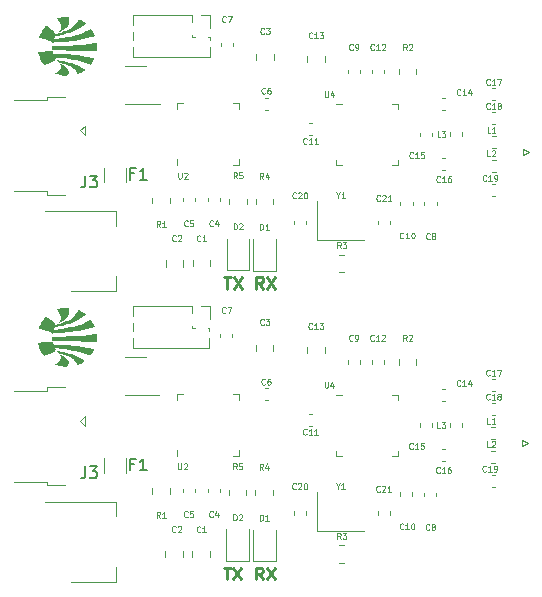
<source format=gbr>
%TF.GenerationSoftware,KiCad,Pcbnew,7.0.2*%
%TF.CreationDate,2023-04-27T09:09:23+02:00*%
%TF.ProjectId,STM32_RF,53544d33-325f-4524-962e-6b696361645f,rev?*%
%TF.SameCoordinates,Original*%
%TF.FileFunction,Legend,Top*%
%TF.FilePolarity,Positive*%
%FSLAX46Y46*%
G04 Gerber Fmt 4.6, Leading zero omitted, Abs format (unit mm)*
G04 Created by KiCad (PCBNEW 7.0.2) date 2023-04-27 09:09:24*
%MOMM*%
%LPD*%
G01*
G04 APERTURE LIST*
%ADD10C,0.250000*%
%ADD11C,0.125000*%
%ADD12C,0.025000*%
%ADD13C,0.150000*%
%ADD14C,0.120000*%
G04 APERTURE END LIST*
D10*
X97750374Y-80054433D02*
X97417041Y-79578242D01*
X97178946Y-80054433D02*
X97178946Y-79054433D01*
X97178946Y-79054433D02*
X97559898Y-79054433D01*
X97559898Y-79054433D02*
X97655136Y-79102052D01*
X97655136Y-79102052D02*
X97702755Y-79149671D01*
X97702755Y-79149671D02*
X97750374Y-79244909D01*
X97750374Y-79244909D02*
X97750374Y-79387766D01*
X97750374Y-79387766D02*
X97702755Y-79483004D01*
X97702755Y-79483004D02*
X97655136Y-79530623D01*
X97655136Y-79530623D02*
X97559898Y-79578242D01*
X97559898Y-79578242D02*
X97178946Y-79578242D01*
X98083708Y-79054433D02*
X98750374Y-80054433D01*
X98750374Y-79054433D02*
X98083708Y-80054433D01*
X94445289Y-79054433D02*
X95016717Y-79054433D01*
X94731003Y-80054433D02*
X94731003Y-79054433D01*
X95254813Y-79054433D02*
X95921479Y-80054433D01*
X95921479Y-79054433D02*
X95254813Y-80054433D01*
X94430838Y-103678019D02*
X95002266Y-103678019D01*
X94716552Y-104678019D02*
X94716552Y-103678019D01*
X95240362Y-103678019D02*
X95907028Y-104678019D01*
X95907028Y-103678019D02*
X95240362Y-104678019D01*
X97735923Y-104678019D02*
X97402590Y-104201828D01*
X97164495Y-104678019D02*
X97164495Y-103678019D01*
X97164495Y-103678019D02*
X97545447Y-103678019D01*
X97545447Y-103678019D02*
X97640685Y-103725638D01*
X97640685Y-103725638D02*
X97688304Y-103773257D01*
X97688304Y-103773257D02*
X97735923Y-103868495D01*
X97735923Y-103868495D02*
X97735923Y-104011352D01*
X97735923Y-104011352D02*
X97688304Y-104106590D01*
X97688304Y-104106590D02*
X97640685Y-104154209D01*
X97640685Y-104154209D02*
X97545447Y-104201828D01*
X97545447Y-104201828D02*
X97164495Y-104201828D01*
X98069257Y-103678019D02*
X98735923Y-104678019D01*
X98735923Y-103678019D02*
X98069257Y-104678019D01*
D11*
%TO.C,C1*%
X92437917Y-76012104D02*
X92414108Y-76035914D01*
X92414108Y-76035914D02*
X92342679Y-76059723D01*
X92342679Y-76059723D02*
X92295060Y-76059723D01*
X92295060Y-76059723D02*
X92223632Y-76035914D01*
X92223632Y-76035914D02*
X92176013Y-75988294D01*
X92176013Y-75988294D02*
X92152203Y-75940675D01*
X92152203Y-75940675D02*
X92128394Y-75845437D01*
X92128394Y-75845437D02*
X92128394Y-75774009D01*
X92128394Y-75774009D02*
X92152203Y-75678771D01*
X92152203Y-75678771D02*
X92176013Y-75631152D01*
X92176013Y-75631152D02*
X92223632Y-75583533D01*
X92223632Y-75583533D02*
X92295060Y-75559723D01*
X92295060Y-75559723D02*
X92342679Y-75559723D01*
X92342679Y-75559723D02*
X92414108Y-75583533D01*
X92414108Y-75583533D02*
X92437917Y-75607342D01*
X92914108Y-76059723D02*
X92628394Y-76059723D01*
X92771251Y-76059723D02*
X92771251Y-75559723D01*
X92771251Y-75559723D02*
X92723632Y-75631152D01*
X92723632Y-75631152D02*
X92676013Y-75678771D01*
X92676013Y-75678771D02*
X92628394Y-75702580D01*
%TO.C,D2*%
X95251003Y-75047523D02*
X95251003Y-74547523D01*
X95251003Y-74547523D02*
X95370051Y-74547523D01*
X95370051Y-74547523D02*
X95441479Y-74571333D01*
X95441479Y-74571333D02*
X95489098Y-74618952D01*
X95489098Y-74618952D02*
X95512908Y-74666571D01*
X95512908Y-74666571D02*
X95536717Y-74761809D01*
X95536717Y-74761809D02*
X95536717Y-74833237D01*
X95536717Y-74833237D02*
X95512908Y-74928475D01*
X95512908Y-74928475D02*
X95489098Y-74976094D01*
X95489098Y-74976094D02*
X95441479Y-75023714D01*
X95441479Y-75023714D02*
X95370051Y-75047523D01*
X95370051Y-75047523D02*
X95251003Y-75047523D01*
X95727194Y-74595142D02*
X95751003Y-74571333D01*
X95751003Y-74571333D02*
X95798622Y-74547523D01*
X95798622Y-74547523D02*
X95917670Y-74547523D01*
X95917670Y-74547523D02*
X95965289Y-74571333D01*
X95965289Y-74571333D02*
X95989098Y-74595142D01*
X95989098Y-74595142D02*
X96012908Y-74642761D01*
X96012908Y-74642761D02*
X96012908Y-74690380D01*
X96012908Y-74690380D02*
X95989098Y-74761809D01*
X95989098Y-74761809D02*
X95703384Y-75047523D01*
X95703384Y-75047523D02*
X96012908Y-75047523D01*
%TO.C,C9*%
X105344058Y-59810893D02*
X105320249Y-59834703D01*
X105320249Y-59834703D02*
X105248820Y-59858512D01*
X105248820Y-59858512D02*
X105201201Y-59858512D01*
X105201201Y-59858512D02*
X105129773Y-59834703D01*
X105129773Y-59834703D02*
X105082154Y-59787083D01*
X105082154Y-59787083D02*
X105058344Y-59739464D01*
X105058344Y-59739464D02*
X105034535Y-59644226D01*
X105034535Y-59644226D02*
X105034535Y-59572798D01*
X105034535Y-59572798D02*
X105058344Y-59477560D01*
X105058344Y-59477560D02*
X105082154Y-59429941D01*
X105082154Y-59429941D02*
X105129773Y-59382322D01*
X105129773Y-59382322D02*
X105201201Y-59358512D01*
X105201201Y-59358512D02*
X105248820Y-59358512D01*
X105248820Y-59358512D02*
X105320249Y-59382322D01*
X105320249Y-59382322D02*
X105344058Y-59406131D01*
X105582154Y-59858512D02*
X105677392Y-59858512D01*
X105677392Y-59858512D02*
X105725011Y-59834703D01*
X105725011Y-59834703D02*
X105748820Y-59810893D01*
X105748820Y-59810893D02*
X105796439Y-59739464D01*
X105796439Y-59739464D02*
X105820249Y-59644226D01*
X105820249Y-59644226D02*
X105820249Y-59453750D01*
X105820249Y-59453750D02*
X105796439Y-59406131D01*
X105796439Y-59406131D02*
X105772630Y-59382322D01*
X105772630Y-59382322D02*
X105725011Y-59358512D01*
X105725011Y-59358512D02*
X105629773Y-59358512D01*
X105629773Y-59358512D02*
X105582154Y-59382322D01*
X105582154Y-59382322D02*
X105558344Y-59406131D01*
X105558344Y-59406131D02*
X105534535Y-59453750D01*
X105534535Y-59453750D02*
X105534535Y-59572798D01*
X105534535Y-59572798D02*
X105558344Y-59620417D01*
X105558344Y-59620417D02*
X105582154Y-59644226D01*
X105582154Y-59644226D02*
X105629773Y-59668036D01*
X105629773Y-59668036D02*
X105725011Y-59668036D01*
X105725011Y-59668036D02*
X105772630Y-59644226D01*
X105772630Y-59644226D02*
X105796439Y-59620417D01*
X105796439Y-59620417D02*
X105820249Y-59572798D01*
%TO.C,D1*%
X97486203Y-75076023D02*
X97486203Y-74576023D01*
X97486203Y-74576023D02*
X97605251Y-74576023D01*
X97605251Y-74576023D02*
X97676679Y-74599833D01*
X97676679Y-74599833D02*
X97724298Y-74647452D01*
X97724298Y-74647452D02*
X97748108Y-74695071D01*
X97748108Y-74695071D02*
X97771917Y-74790309D01*
X97771917Y-74790309D02*
X97771917Y-74861737D01*
X97771917Y-74861737D02*
X97748108Y-74956975D01*
X97748108Y-74956975D02*
X97724298Y-75004594D01*
X97724298Y-75004594D02*
X97676679Y-75052214D01*
X97676679Y-75052214D02*
X97605251Y-75076023D01*
X97605251Y-75076023D02*
X97486203Y-75076023D01*
X98248108Y-75076023D02*
X97962394Y-75076023D01*
X98105251Y-75076023D02*
X98105251Y-74576023D01*
X98105251Y-74576023D02*
X98057632Y-74647452D01*
X98057632Y-74647452D02*
X98010013Y-74695071D01*
X98010013Y-74695071D02*
X97962394Y-74718880D01*
%TO.C,C17*%
X116943263Y-62765293D02*
X116919454Y-62789103D01*
X116919454Y-62789103D02*
X116848025Y-62812912D01*
X116848025Y-62812912D02*
X116800406Y-62812912D01*
X116800406Y-62812912D02*
X116728978Y-62789103D01*
X116728978Y-62789103D02*
X116681359Y-62741483D01*
X116681359Y-62741483D02*
X116657549Y-62693864D01*
X116657549Y-62693864D02*
X116633740Y-62598626D01*
X116633740Y-62598626D02*
X116633740Y-62527198D01*
X116633740Y-62527198D02*
X116657549Y-62431960D01*
X116657549Y-62431960D02*
X116681359Y-62384341D01*
X116681359Y-62384341D02*
X116728978Y-62336722D01*
X116728978Y-62336722D02*
X116800406Y-62312912D01*
X116800406Y-62312912D02*
X116848025Y-62312912D01*
X116848025Y-62312912D02*
X116919454Y-62336722D01*
X116919454Y-62336722D02*
X116943263Y-62360531D01*
X117419454Y-62812912D02*
X117133740Y-62812912D01*
X117276597Y-62812912D02*
X117276597Y-62312912D01*
X117276597Y-62312912D02*
X117228978Y-62384341D01*
X117228978Y-62384341D02*
X117181359Y-62431960D01*
X117181359Y-62431960D02*
X117133740Y-62455769D01*
X117586120Y-62312912D02*
X117919453Y-62312912D01*
X117919453Y-62312912D02*
X117705168Y-62812912D01*
%TO.C,L3*%
X112761758Y-67232512D02*
X112523663Y-67232512D01*
X112523663Y-67232512D02*
X112523663Y-66732512D01*
X112880806Y-66732512D02*
X113190330Y-66732512D01*
X113190330Y-66732512D02*
X113023663Y-66922988D01*
X113023663Y-66922988D02*
X113095092Y-66922988D01*
X113095092Y-66922988D02*
X113142711Y-66946798D01*
X113142711Y-66946798D02*
X113166520Y-66970607D01*
X113166520Y-66970607D02*
X113190330Y-67018226D01*
X113190330Y-67018226D02*
X113190330Y-67137274D01*
X113190330Y-67137274D02*
X113166520Y-67184893D01*
X113166520Y-67184893D02*
X113142711Y-67208703D01*
X113142711Y-67208703D02*
X113095092Y-67232512D01*
X113095092Y-67232512D02*
X112952235Y-67232512D01*
X112952235Y-67232512D02*
X112904616Y-67208703D01*
X112904616Y-67208703D02*
X112880806Y-67184893D01*
%TO.C,C18*%
X116943263Y-64797293D02*
X116919454Y-64821103D01*
X116919454Y-64821103D02*
X116848025Y-64844912D01*
X116848025Y-64844912D02*
X116800406Y-64844912D01*
X116800406Y-64844912D02*
X116728978Y-64821103D01*
X116728978Y-64821103D02*
X116681359Y-64773483D01*
X116681359Y-64773483D02*
X116657549Y-64725864D01*
X116657549Y-64725864D02*
X116633740Y-64630626D01*
X116633740Y-64630626D02*
X116633740Y-64559198D01*
X116633740Y-64559198D02*
X116657549Y-64463960D01*
X116657549Y-64463960D02*
X116681359Y-64416341D01*
X116681359Y-64416341D02*
X116728978Y-64368722D01*
X116728978Y-64368722D02*
X116800406Y-64344912D01*
X116800406Y-64344912D02*
X116848025Y-64344912D01*
X116848025Y-64344912D02*
X116919454Y-64368722D01*
X116919454Y-64368722D02*
X116943263Y-64392531D01*
X117419454Y-64844912D02*
X117133740Y-64844912D01*
X117276597Y-64844912D02*
X117276597Y-64344912D01*
X117276597Y-64344912D02*
X117228978Y-64416341D01*
X117228978Y-64416341D02*
X117181359Y-64463960D01*
X117181359Y-64463960D02*
X117133740Y-64487769D01*
X117705168Y-64559198D02*
X117657549Y-64535388D01*
X117657549Y-64535388D02*
X117633739Y-64511579D01*
X117633739Y-64511579D02*
X117609930Y-64463960D01*
X117609930Y-64463960D02*
X117609930Y-64440150D01*
X117609930Y-64440150D02*
X117633739Y-64392531D01*
X117633739Y-64392531D02*
X117657549Y-64368722D01*
X117657549Y-64368722D02*
X117705168Y-64344912D01*
X117705168Y-64344912D02*
X117800406Y-64344912D01*
X117800406Y-64344912D02*
X117848025Y-64368722D01*
X117848025Y-64368722D02*
X117871834Y-64392531D01*
X117871834Y-64392531D02*
X117895644Y-64440150D01*
X117895644Y-64440150D02*
X117895644Y-64463960D01*
X117895644Y-64463960D02*
X117871834Y-64511579D01*
X117871834Y-64511579D02*
X117848025Y-64535388D01*
X117848025Y-64535388D02*
X117800406Y-64559198D01*
X117800406Y-64559198D02*
X117705168Y-64559198D01*
X117705168Y-64559198D02*
X117657549Y-64583007D01*
X117657549Y-64583007D02*
X117633739Y-64606817D01*
X117633739Y-64606817D02*
X117609930Y-64654436D01*
X117609930Y-64654436D02*
X117609930Y-64749674D01*
X117609930Y-64749674D02*
X117633739Y-64797293D01*
X117633739Y-64797293D02*
X117657549Y-64821103D01*
X117657549Y-64821103D02*
X117705168Y-64844912D01*
X117705168Y-64844912D02*
X117800406Y-64844912D01*
X117800406Y-64844912D02*
X117848025Y-64821103D01*
X117848025Y-64821103D02*
X117871834Y-64797293D01*
X117871834Y-64797293D02*
X117895644Y-64749674D01*
X117895644Y-64749674D02*
X117895644Y-64654436D01*
X117895644Y-64654436D02*
X117871834Y-64606817D01*
X117871834Y-64606817D02*
X117848025Y-64583007D01*
X117848025Y-64583007D02*
X117800406Y-64559198D01*
%TO.C,C15*%
X110439963Y-68962893D02*
X110416154Y-68986703D01*
X110416154Y-68986703D02*
X110344725Y-69010512D01*
X110344725Y-69010512D02*
X110297106Y-69010512D01*
X110297106Y-69010512D02*
X110225678Y-68986703D01*
X110225678Y-68986703D02*
X110178059Y-68939083D01*
X110178059Y-68939083D02*
X110154249Y-68891464D01*
X110154249Y-68891464D02*
X110130440Y-68796226D01*
X110130440Y-68796226D02*
X110130440Y-68724798D01*
X110130440Y-68724798D02*
X110154249Y-68629560D01*
X110154249Y-68629560D02*
X110178059Y-68581941D01*
X110178059Y-68581941D02*
X110225678Y-68534322D01*
X110225678Y-68534322D02*
X110297106Y-68510512D01*
X110297106Y-68510512D02*
X110344725Y-68510512D01*
X110344725Y-68510512D02*
X110416154Y-68534322D01*
X110416154Y-68534322D02*
X110439963Y-68558131D01*
X110916154Y-69010512D02*
X110630440Y-69010512D01*
X110773297Y-69010512D02*
X110773297Y-68510512D01*
X110773297Y-68510512D02*
X110725678Y-68581941D01*
X110725678Y-68581941D02*
X110678059Y-68629560D01*
X110678059Y-68629560D02*
X110630440Y-68653369D01*
X111368534Y-68510512D02*
X111130439Y-68510512D01*
X111130439Y-68510512D02*
X111106630Y-68748607D01*
X111106630Y-68748607D02*
X111130439Y-68724798D01*
X111130439Y-68724798D02*
X111178058Y-68700988D01*
X111178058Y-68700988D02*
X111297106Y-68700988D01*
X111297106Y-68700988D02*
X111344725Y-68724798D01*
X111344725Y-68724798D02*
X111368534Y-68748607D01*
X111368534Y-68748607D02*
X111392344Y-68796226D01*
X111392344Y-68796226D02*
X111392344Y-68915274D01*
X111392344Y-68915274D02*
X111368534Y-68962893D01*
X111368534Y-68962893D02*
X111344725Y-68986703D01*
X111344725Y-68986703D02*
X111297106Y-69010512D01*
X111297106Y-69010512D02*
X111178058Y-69010512D01*
X111178058Y-69010512D02*
X111130439Y-68986703D01*
X111130439Y-68986703D02*
X111106630Y-68962893D01*
%TO.C,C19*%
X116638463Y-70893293D02*
X116614654Y-70917103D01*
X116614654Y-70917103D02*
X116543225Y-70940912D01*
X116543225Y-70940912D02*
X116495606Y-70940912D01*
X116495606Y-70940912D02*
X116424178Y-70917103D01*
X116424178Y-70917103D02*
X116376559Y-70869483D01*
X116376559Y-70869483D02*
X116352749Y-70821864D01*
X116352749Y-70821864D02*
X116328940Y-70726626D01*
X116328940Y-70726626D02*
X116328940Y-70655198D01*
X116328940Y-70655198D02*
X116352749Y-70559960D01*
X116352749Y-70559960D02*
X116376559Y-70512341D01*
X116376559Y-70512341D02*
X116424178Y-70464722D01*
X116424178Y-70464722D02*
X116495606Y-70440912D01*
X116495606Y-70440912D02*
X116543225Y-70440912D01*
X116543225Y-70440912D02*
X116614654Y-70464722D01*
X116614654Y-70464722D02*
X116638463Y-70488531D01*
X117114654Y-70940912D02*
X116828940Y-70940912D01*
X116971797Y-70940912D02*
X116971797Y-70440912D01*
X116971797Y-70440912D02*
X116924178Y-70512341D01*
X116924178Y-70512341D02*
X116876559Y-70559960D01*
X116876559Y-70559960D02*
X116828940Y-70583769D01*
X117352749Y-70940912D02*
X117447987Y-70940912D01*
X117447987Y-70940912D02*
X117495606Y-70917103D01*
X117495606Y-70917103D02*
X117519415Y-70893293D01*
X117519415Y-70893293D02*
X117567034Y-70821864D01*
X117567034Y-70821864D02*
X117590844Y-70726626D01*
X117590844Y-70726626D02*
X117590844Y-70536150D01*
X117590844Y-70536150D02*
X117567034Y-70488531D01*
X117567034Y-70488531D02*
X117543225Y-70464722D01*
X117543225Y-70464722D02*
X117495606Y-70440912D01*
X117495606Y-70440912D02*
X117400368Y-70440912D01*
X117400368Y-70440912D02*
X117352749Y-70464722D01*
X117352749Y-70464722D02*
X117328939Y-70488531D01*
X117328939Y-70488531D02*
X117305130Y-70536150D01*
X117305130Y-70536150D02*
X117305130Y-70655198D01*
X117305130Y-70655198D02*
X117328939Y-70702817D01*
X117328939Y-70702817D02*
X117352749Y-70726626D01*
X117352749Y-70726626D02*
X117400368Y-70750436D01*
X117400368Y-70750436D02*
X117495606Y-70750436D01*
X117495606Y-70750436D02*
X117543225Y-70726626D01*
X117543225Y-70726626D02*
X117567034Y-70702817D01*
X117567034Y-70702817D02*
X117590844Y-70655198D01*
%TO.C,R4*%
X97771917Y-70758023D02*
X97605251Y-70519928D01*
X97486203Y-70758023D02*
X97486203Y-70258023D01*
X97486203Y-70258023D02*
X97676679Y-70258023D01*
X97676679Y-70258023D02*
X97724298Y-70281833D01*
X97724298Y-70281833D02*
X97748108Y-70305642D01*
X97748108Y-70305642D02*
X97771917Y-70353261D01*
X97771917Y-70353261D02*
X97771917Y-70424690D01*
X97771917Y-70424690D02*
X97748108Y-70472309D01*
X97748108Y-70472309D02*
X97724298Y-70496118D01*
X97724298Y-70496118D02*
X97676679Y-70519928D01*
X97676679Y-70519928D02*
X97486203Y-70519928D01*
X98200489Y-70424690D02*
X98200489Y-70758023D01*
X98081441Y-70234214D02*
X97962394Y-70591356D01*
X97962394Y-70591356D02*
X98271917Y-70591356D01*
%TO.C,C16*%
X112725963Y-70994893D02*
X112702154Y-71018703D01*
X112702154Y-71018703D02*
X112630725Y-71042512D01*
X112630725Y-71042512D02*
X112583106Y-71042512D01*
X112583106Y-71042512D02*
X112511678Y-71018703D01*
X112511678Y-71018703D02*
X112464059Y-70971083D01*
X112464059Y-70971083D02*
X112440249Y-70923464D01*
X112440249Y-70923464D02*
X112416440Y-70828226D01*
X112416440Y-70828226D02*
X112416440Y-70756798D01*
X112416440Y-70756798D02*
X112440249Y-70661560D01*
X112440249Y-70661560D02*
X112464059Y-70613941D01*
X112464059Y-70613941D02*
X112511678Y-70566322D01*
X112511678Y-70566322D02*
X112583106Y-70542512D01*
X112583106Y-70542512D02*
X112630725Y-70542512D01*
X112630725Y-70542512D02*
X112702154Y-70566322D01*
X112702154Y-70566322D02*
X112725963Y-70590131D01*
X113202154Y-71042512D02*
X112916440Y-71042512D01*
X113059297Y-71042512D02*
X113059297Y-70542512D01*
X113059297Y-70542512D02*
X113011678Y-70613941D01*
X113011678Y-70613941D02*
X112964059Y-70661560D01*
X112964059Y-70661560D02*
X112916440Y-70685369D01*
X113630725Y-70542512D02*
X113535487Y-70542512D01*
X113535487Y-70542512D02*
X113487868Y-70566322D01*
X113487868Y-70566322D02*
X113464058Y-70590131D01*
X113464058Y-70590131D02*
X113416439Y-70661560D01*
X113416439Y-70661560D02*
X113392630Y-70756798D01*
X113392630Y-70756798D02*
X113392630Y-70947274D01*
X113392630Y-70947274D02*
X113416439Y-70994893D01*
X113416439Y-70994893D02*
X113440249Y-71018703D01*
X113440249Y-71018703D02*
X113487868Y-71042512D01*
X113487868Y-71042512D02*
X113583106Y-71042512D01*
X113583106Y-71042512D02*
X113630725Y-71018703D01*
X113630725Y-71018703D02*
X113654534Y-70994893D01*
X113654534Y-70994893D02*
X113678344Y-70947274D01*
X113678344Y-70947274D02*
X113678344Y-70828226D01*
X113678344Y-70828226D02*
X113654534Y-70780607D01*
X113654534Y-70780607D02*
X113630725Y-70756798D01*
X113630725Y-70756798D02*
X113583106Y-70732988D01*
X113583106Y-70732988D02*
X113487868Y-70732988D01*
X113487868Y-70732988D02*
X113440249Y-70756798D01*
X113440249Y-70756798D02*
X113416439Y-70780607D01*
X113416439Y-70780607D02*
X113392630Y-70828226D01*
D12*
%TO.C,\u002A*%
X79719651Y-60565075D02*
X79719651Y-60588885D01*
X79695841Y-60579361D02*
X79719651Y-60588885D01*
X79719651Y-60588885D02*
X79743460Y-60579361D01*
X79705365Y-60607933D02*
X79719651Y-60588885D01*
X79719651Y-60588885D02*
X79733936Y-60607933D01*
D13*
%TO.C,J3*%
X82701317Y-70490433D02*
X82701317Y-71204718D01*
X82701317Y-71204718D02*
X82653698Y-71347575D01*
X82653698Y-71347575D02*
X82558460Y-71442814D01*
X82558460Y-71442814D02*
X82415603Y-71490433D01*
X82415603Y-71490433D02*
X82320365Y-71490433D01*
X83082270Y-70490433D02*
X83701317Y-70490433D01*
X83701317Y-70490433D02*
X83367984Y-70871385D01*
X83367984Y-70871385D02*
X83510841Y-70871385D01*
X83510841Y-70871385D02*
X83606079Y-70919004D01*
X83606079Y-70919004D02*
X83653698Y-70966623D01*
X83653698Y-70966623D02*
X83701317Y-71061861D01*
X83701317Y-71061861D02*
X83701317Y-71299956D01*
X83701317Y-71299956D02*
X83653698Y-71395194D01*
X83653698Y-71395194D02*
X83606079Y-71442814D01*
X83606079Y-71442814D02*
X83510841Y-71490433D01*
X83510841Y-71490433D02*
X83225127Y-71490433D01*
X83225127Y-71490433D02*
X83129889Y-71442814D01*
X83129889Y-71442814D02*
X83082270Y-71395194D01*
D11*
%TO.C,C14*%
X114454063Y-63628893D02*
X114430254Y-63652703D01*
X114430254Y-63652703D02*
X114358825Y-63676512D01*
X114358825Y-63676512D02*
X114311206Y-63676512D01*
X114311206Y-63676512D02*
X114239778Y-63652703D01*
X114239778Y-63652703D02*
X114192159Y-63605083D01*
X114192159Y-63605083D02*
X114168349Y-63557464D01*
X114168349Y-63557464D02*
X114144540Y-63462226D01*
X114144540Y-63462226D02*
X114144540Y-63390798D01*
X114144540Y-63390798D02*
X114168349Y-63295560D01*
X114168349Y-63295560D02*
X114192159Y-63247941D01*
X114192159Y-63247941D02*
X114239778Y-63200322D01*
X114239778Y-63200322D02*
X114311206Y-63176512D01*
X114311206Y-63176512D02*
X114358825Y-63176512D01*
X114358825Y-63176512D02*
X114430254Y-63200322D01*
X114430254Y-63200322D02*
X114454063Y-63224131D01*
X114930254Y-63676512D02*
X114644540Y-63676512D01*
X114787397Y-63676512D02*
X114787397Y-63176512D01*
X114787397Y-63176512D02*
X114739778Y-63247941D01*
X114739778Y-63247941D02*
X114692159Y-63295560D01*
X114692159Y-63295560D02*
X114644540Y-63319369D01*
X115358825Y-63343179D02*
X115358825Y-63676512D01*
X115239777Y-63152703D02*
X115120730Y-63509845D01*
X115120730Y-63509845D02*
X115430253Y-63509845D01*
%TO.C,C7*%
X94584517Y-57443304D02*
X94560708Y-57467114D01*
X94560708Y-57467114D02*
X94489279Y-57490923D01*
X94489279Y-57490923D02*
X94441660Y-57490923D01*
X94441660Y-57490923D02*
X94370232Y-57467114D01*
X94370232Y-57467114D02*
X94322613Y-57419494D01*
X94322613Y-57419494D02*
X94298803Y-57371875D01*
X94298803Y-57371875D02*
X94274994Y-57276637D01*
X94274994Y-57276637D02*
X94274994Y-57205209D01*
X94274994Y-57205209D02*
X94298803Y-57109971D01*
X94298803Y-57109971D02*
X94322613Y-57062352D01*
X94322613Y-57062352D02*
X94370232Y-57014733D01*
X94370232Y-57014733D02*
X94441660Y-56990923D01*
X94441660Y-56990923D02*
X94489279Y-56990923D01*
X94489279Y-56990923D02*
X94560708Y-57014733D01*
X94560708Y-57014733D02*
X94584517Y-57038542D01*
X94751184Y-56990923D02*
X95084517Y-56990923D01*
X95084517Y-56990923D02*
X94870232Y-57490923D01*
%TO.C,C3*%
X97822717Y-58459304D02*
X97798908Y-58483114D01*
X97798908Y-58483114D02*
X97727479Y-58506923D01*
X97727479Y-58506923D02*
X97679860Y-58506923D01*
X97679860Y-58506923D02*
X97608432Y-58483114D01*
X97608432Y-58483114D02*
X97560813Y-58435494D01*
X97560813Y-58435494D02*
X97537003Y-58387875D01*
X97537003Y-58387875D02*
X97513194Y-58292637D01*
X97513194Y-58292637D02*
X97513194Y-58221209D01*
X97513194Y-58221209D02*
X97537003Y-58125971D01*
X97537003Y-58125971D02*
X97560813Y-58078352D01*
X97560813Y-58078352D02*
X97608432Y-58030733D01*
X97608432Y-58030733D02*
X97679860Y-58006923D01*
X97679860Y-58006923D02*
X97727479Y-58006923D01*
X97727479Y-58006923D02*
X97798908Y-58030733D01*
X97798908Y-58030733D02*
X97822717Y-58054542D01*
X97989384Y-58006923D02*
X98298908Y-58006923D01*
X98298908Y-58006923D02*
X98132241Y-58197399D01*
X98132241Y-58197399D02*
X98203670Y-58197399D01*
X98203670Y-58197399D02*
X98251289Y-58221209D01*
X98251289Y-58221209D02*
X98275098Y-58245018D01*
X98275098Y-58245018D02*
X98298908Y-58292637D01*
X98298908Y-58292637D02*
X98298908Y-58411685D01*
X98298908Y-58411685D02*
X98275098Y-58459304D01*
X98275098Y-58459304D02*
X98251289Y-58483114D01*
X98251289Y-58483114D02*
X98203670Y-58506923D01*
X98203670Y-58506923D02*
X98060813Y-58506923D01*
X98060813Y-58506923D02*
X98013194Y-58483114D01*
X98013194Y-58483114D02*
X97989384Y-58459304D01*
%TO.C,L2*%
X116978158Y-68858112D02*
X116740063Y-68858112D01*
X116740063Y-68858112D02*
X116740063Y-68358112D01*
X117121016Y-68405731D02*
X117144825Y-68381922D01*
X117144825Y-68381922D02*
X117192444Y-68358112D01*
X117192444Y-68358112D02*
X117311492Y-68358112D01*
X117311492Y-68358112D02*
X117359111Y-68381922D01*
X117359111Y-68381922D02*
X117382920Y-68405731D01*
X117382920Y-68405731D02*
X117406730Y-68453350D01*
X117406730Y-68453350D02*
X117406730Y-68500969D01*
X117406730Y-68500969D02*
X117382920Y-68572398D01*
X117382920Y-68572398D02*
X117097206Y-68858112D01*
X117097206Y-68858112D02*
X117406730Y-68858112D01*
%TO.C,R3*%
X104328058Y-76630512D02*
X104161392Y-76392417D01*
X104042344Y-76630512D02*
X104042344Y-76130512D01*
X104042344Y-76130512D02*
X104232820Y-76130512D01*
X104232820Y-76130512D02*
X104280439Y-76154322D01*
X104280439Y-76154322D02*
X104304249Y-76178131D01*
X104304249Y-76178131D02*
X104328058Y-76225750D01*
X104328058Y-76225750D02*
X104328058Y-76297179D01*
X104328058Y-76297179D02*
X104304249Y-76344798D01*
X104304249Y-76344798D02*
X104280439Y-76368607D01*
X104280439Y-76368607D02*
X104232820Y-76392417D01*
X104232820Y-76392417D02*
X104042344Y-76392417D01*
X104494725Y-76130512D02*
X104804249Y-76130512D01*
X104804249Y-76130512D02*
X104637582Y-76320988D01*
X104637582Y-76320988D02*
X104709011Y-76320988D01*
X104709011Y-76320988D02*
X104756630Y-76344798D01*
X104756630Y-76344798D02*
X104780439Y-76368607D01*
X104780439Y-76368607D02*
X104804249Y-76416226D01*
X104804249Y-76416226D02*
X104804249Y-76535274D01*
X104804249Y-76535274D02*
X104780439Y-76582893D01*
X104780439Y-76582893D02*
X104756630Y-76606703D01*
X104756630Y-76606703D02*
X104709011Y-76630512D01*
X104709011Y-76630512D02*
X104566154Y-76630512D01*
X104566154Y-76630512D02*
X104518535Y-76606703D01*
X104518535Y-76606703D02*
X104494725Y-76582893D01*
%TO.C,C20*%
X100534863Y-72366493D02*
X100511054Y-72390303D01*
X100511054Y-72390303D02*
X100439625Y-72414112D01*
X100439625Y-72414112D02*
X100392006Y-72414112D01*
X100392006Y-72414112D02*
X100320578Y-72390303D01*
X100320578Y-72390303D02*
X100272959Y-72342683D01*
X100272959Y-72342683D02*
X100249149Y-72295064D01*
X100249149Y-72295064D02*
X100225340Y-72199826D01*
X100225340Y-72199826D02*
X100225340Y-72128398D01*
X100225340Y-72128398D02*
X100249149Y-72033160D01*
X100249149Y-72033160D02*
X100272959Y-71985541D01*
X100272959Y-71985541D02*
X100320578Y-71937922D01*
X100320578Y-71937922D02*
X100392006Y-71914112D01*
X100392006Y-71914112D02*
X100439625Y-71914112D01*
X100439625Y-71914112D02*
X100511054Y-71937922D01*
X100511054Y-71937922D02*
X100534863Y-71961731D01*
X100725340Y-71961731D02*
X100749149Y-71937922D01*
X100749149Y-71937922D02*
X100796768Y-71914112D01*
X100796768Y-71914112D02*
X100915816Y-71914112D01*
X100915816Y-71914112D02*
X100963435Y-71937922D01*
X100963435Y-71937922D02*
X100987244Y-71961731D01*
X100987244Y-71961731D02*
X101011054Y-72009350D01*
X101011054Y-72009350D02*
X101011054Y-72056969D01*
X101011054Y-72056969D02*
X100987244Y-72128398D01*
X100987244Y-72128398D02*
X100701530Y-72414112D01*
X100701530Y-72414112D02*
X101011054Y-72414112D01*
X101320577Y-71914112D02*
X101368196Y-71914112D01*
X101368196Y-71914112D02*
X101415815Y-71937922D01*
X101415815Y-71937922D02*
X101439625Y-71961731D01*
X101439625Y-71961731D02*
X101463434Y-72009350D01*
X101463434Y-72009350D02*
X101487244Y-72104588D01*
X101487244Y-72104588D02*
X101487244Y-72223636D01*
X101487244Y-72223636D02*
X101463434Y-72318874D01*
X101463434Y-72318874D02*
X101439625Y-72366493D01*
X101439625Y-72366493D02*
X101415815Y-72390303D01*
X101415815Y-72390303D02*
X101368196Y-72414112D01*
X101368196Y-72414112D02*
X101320577Y-72414112D01*
X101320577Y-72414112D02*
X101272958Y-72390303D01*
X101272958Y-72390303D02*
X101249149Y-72366493D01*
X101249149Y-72366493D02*
X101225339Y-72318874D01*
X101225339Y-72318874D02*
X101201530Y-72223636D01*
X101201530Y-72223636D02*
X101201530Y-72104588D01*
X101201530Y-72104588D02*
X101225339Y-72009350D01*
X101225339Y-72009350D02*
X101249149Y-71961731D01*
X101249149Y-71961731D02*
X101272958Y-71937922D01*
X101272958Y-71937922D02*
X101320577Y-71914112D01*
%TO.C,C10*%
X109628063Y-75770093D02*
X109604254Y-75793903D01*
X109604254Y-75793903D02*
X109532825Y-75817712D01*
X109532825Y-75817712D02*
X109485206Y-75817712D01*
X109485206Y-75817712D02*
X109413778Y-75793903D01*
X109413778Y-75793903D02*
X109366159Y-75746283D01*
X109366159Y-75746283D02*
X109342349Y-75698664D01*
X109342349Y-75698664D02*
X109318540Y-75603426D01*
X109318540Y-75603426D02*
X109318540Y-75531998D01*
X109318540Y-75531998D02*
X109342349Y-75436760D01*
X109342349Y-75436760D02*
X109366159Y-75389141D01*
X109366159Y-75389141D02*
X109413778Y-75341522D01*
X109413778Y-75341522D02*
X109485206Y-75317712D01*
X109485206Y-75317712D02*
X109532825Y-75317712D01*
X109532825Y-75317712D02*
X109604254Y-75341522D01*
X109604254Y-75341522D02*
X109628063Y-75365331D01*
X110104254Y-75817712D02*
X109818540Y-75817712D01*
X109961397Y-75817712D02*
X109961397Y-75317712D01*
X109961397Y-75317712D02*
X109913778Y-75389141D01*
X109913778Y-75389141D02*
X109866159Y-75436760D01*
X109866159Y-75436760D02*
X109818540Y-75460569D01*
X110413777Y-75317712D02*
X110461396Y-75317712D01*
X110461396Y-75317712D02*
X110509015Y-75341522D01*
X110509015Y-75341522D02*
X110532825Y-75365331D01*
X110532825Y-75365331D02*
X110556634Y-75412950D01*
X110556634Y-75412950D02*
X110580444Y-75508188D01*
X110580444Y-75508188D02*
X110580444Y-75627236D01*
X110580444Y-75627236D02*
X110556634Y-75722474D01*
X110556634Y-75722474D02*
X110532825Y-75770093D01*
X110532825Y-75770093D02*
X110509015Y-75793903D01*
X110509015Y-75793903D02*
X110461396Y-75817712D01*
X110461396Y-75817712D02*
X110413777Y-75817712D01*
X110413777Y-75817712D02*
X110366158Y-75793903D01*
X110366158Y-75793903D02*
X110342349Y-75770093D01*
X110342349Y-75770093D02*
X110318539Y-75722474D01*
X110318539Y-75722474D02*
X110294730Y-75627236D01*
X110294730Y-75627236D02*
X110294730Y-75508188D01*
X110294730Y-75508188D02*
X110318539Y-75412950D01*
X110318539Y-75412950D02*
X110342349Y-75365331D01*
X110342349Y-75365331D02*
X110366158Y-75341522D01*
X110366158Y-75341522D02*
X110413777Y-75317712D01*
%TO.C,C13*%
X101906463Y-58810893D02*
X101882654Y-58834703D01*
X101882654Y-58834703D02*
X101811225Y-58858512D01*
X101811225Y-58858512D02*
X101763606Y-58858512D01*
X101763606Y-58858512D02*
X101692178Y-58834703D01*
X101692178Y-58834703D02*
X101644559Y-58787083D01*
X101644559Y-58787083D02*
X101620749Y-58739464D01*
X101620749Y-58739464D02*
X101596940Y-58644226D01*
X101596940Y-58644226D02*
X101596940Y-58572798D01*
X101596940Y-58572798D02*
X101620749Y-58477560D01*
X101620749Y-58477560D02*
X101644559Y-58429941D01*
X101644559Y-58429941D02*
X101692178Y-58382322D01*
X101692178Y-58382322D02*
X101763606Y-58358512D01*
X101763606Y-58358512D02*
X101811225Y-58358512D01*
X101811225Y-58358512D02*
X101882654Y-58382322D01*
X101882654Y-58382322D02*
X101906463Y-58406131D01*
X102382654Y-58858512D02*
X102096940Y-58858512D01*
X102239797Y-58858512D02*
X102239797Y-58358512D01*
X102239797Y-58358512D02*
X102192178Y-58429941D01*
X102192178Y-58429941D02*
X102144559Y-58477560D01*
X102144559Y-58477560D02*
X102096940Y-58501369D01*
X102549320Y-58358512D02*
X102858844Y-58358512D01*
X102858844Y-58358512D02*
X102692177Y-58548988D01*
X102692177Y-58548988D02*
X102763606Y-58548988D01*
X102763606Y-58548988D02*
X102811225Y-58572798D01*
X102811225Y-58572798D02*
X102835034Y-58596607D01*
X102835034Y-58596607D02*
X102858844Y-58644226D01*
X102858844Y-58644226D02*
X102858844Y-58763274D01*
X102858844Y-58763274D02*
X102835034Y-58810893D01*
X102835034Y-58810893D02*
X102811225Y-58834703D01*
X102811225Y-58834703D02*
X102763606Y-58858512D01*
X102763606Y-58858512D02*
X102620749Y-58858512D01*
X102620749Y-58858512D02*
X102573130Y-58834703D01*
X102573130Y-58834703D02*
X102549320Y-58810893D01*
%TO.C,U2*%
X90564598Y-70241923D02*
X90564598Y-70646685D01*
X90564598Y-70646685D02*
X90588408Y-70694304D01*
X90588408Y-70694304D02*
X90612217Y-70718114D01*
X90612217Y-70718114D02*
X90659836Y-70741923D01*
X90659836Y-70741923D02*
X90755074Y-70741923D01*
X90755074Y-70741923D02*
X90802693Y-70718114D01*
X90802693Y-70718114D02*
X90826503Y-70694304D01*
X90826503Y-70694304D02*
X90850312Y-70646685D01*
X90850312Y-70646685D02*
X90850312Y-70241923D01*
X91064599Y-70289542D02*
X91088408Y-70265733D01*
X91088408Y-70265733D02*
X91136027Y-70241923D01*
X91136027Y-70241923D02*
X91255075Y-70241923D01*
X91255075Y-70241923D02*
X91302694Y-70265733D01*
X91302694Y-70265733D02*
X91326503Y-70289542D01*
X91326503Y-70289542D02*
X91350313Y-70337161D01*
X91350313Y-70337161D02*
X91350313Y-70384780D01*
X91350313Y-70384780D02*
X91326503Y-70456209D01*
X91326503Y-70456209D02*
X91040789Y-70741923D01*
X91040789Y-70741923D02*
X91350313Y-70741923D01*
%TO.C,R1*%
X89034317Y-74846123D02*
X88867651Y-74608028D01*
X88748603Y-74846123D02*
X88748603Y-74346123D01*
X88748603Y-74346123D02*
X88939079Y-74346123D01*
X88939079Y-74346123D02*
X88986698Y-74369933D01*
X88986698Y-74369933D02*
X89010508Y-74393742D01*
X89010508Y-74393742D02*
X89034317Y-74441361D01*
X89034317Y-74441361D02*
X89034317Y-74512790D01*
X89034317Y-74512790D02*
X89010508Y-74560409D01*
X89010508Y-74560409D02*
X88986698Y-74584218D01*
X88986698Y-74584218D02*
X88939079Y-74608028D01*
X88939079Y-74608028D02*
X88748603Y-74608028D01*
X89510508Y-74846123D02*
X89224794Y-74846123D01*
X89367651Y-74846123D02*
X89367651Y-74346123D01*
X89367651Y-74346123D02*
X89320032Y-74417552D01*
X89320032Y-74417552D02*
X89272413Y-74465171D01*
X89272413Y-74465171D02*
X89224794Y-74488980D01*
D13*
%TO.C,F1*%
X86853917Y-70311223D02*
X86520584Y-70311223D01*
X86520584Y-70835033D02*
X86520584Y-69835033D01*
X86520584Y-69835033D02*
X86996774Y-69835033D01*
X87901536Y-70835033D02*
X87330108Y-70835033D01*
X87615822Y-70835033D02*
X87615822Y-69835033D01*
X87615822Y-69835033D02*
X87520584Y-69977890D01*
X87520584Y-69977890D02*
X87425346Y-70073128D01*
X87425346Y-70073128D02*
X87330108Y-70120747D01*
D11*
%TO.C,C5*%
X91371117Y-74734704D02*
X91347308Y-74758514D01*
X91347308Y-74758514D02*
X91275879Y-74782323D01*
X91275879Y-74782323D02*
X91228260Y-74782323D01*
X91228260Y-74782323D02*
X91156832Y-74758514D01*
X91156832Y-74758514D02*
X91109213Y-74710894D01*
X91109213Y-74710894D02*
X91085403Y-74663275D01*
X91085403Y-74663275D02*
X91061594Y-74568037D01*
X91061594Y-74568037D02*
X91061594Y-74496609D01*
X91061594Y-74496609D02*
X91085403Y-74401371D01*
X91085403Y-74401371D02*
X91109213Y-74353752D01*
X91109213Y-74353752D02*
X91156832Y-74306133D01*
X91156832Y-74306133D02*
X91228260Y-74282323D01*
X91228260Y-74282323D02*
X91275879Y-74282323D01*
X91275879Y-74282323D02*
X91347308Y-74306133D01*
X91347308Y-74306133D02*
X91371117Y-74329942D01*
X91823498Y-74282323D02*
X91585403Y-74282323D01*
X91585403Y-74282323D02*
X91561594Y-74520418D01*
X91561594Y-74520418D02*
X91585403Y-74496609D01*
X91585403Y-74496609D02*
X91633022Y-74472799D01*
X91633022Y-74472799D02*
X91752070Y-74472799D01*
X91752070Y-74472799D02*
X91799689Y-74496609D01*
X91799689Y-74496609D02*
X91823498Y-74520418D01*
X91823498Y-74520418D02*
X91847308Y-74568037D01*
X91847308Y-74568037D02*
X91847308Y-74687085D01*
X91847308Y-74687085D02*
X91823498Y-74734704D01*
X91823498Y-74734704D02*
X91799689Y-74758514D01*
X91799689Y-74758514D02*
X91752070Y-74782323D01*
X91752070Y-74782323D02*
X91633022Y-74782323D01*
X91633022Y-74782323D02*
X91585403Y-74758514D01*
X91585403Y-74758514D02*
X91561594Y-74734704D01*
%TO.C,Y1*%
X104089297Y-72152417D02*
X104089297Y-72390512D01*
X103922631Y-71890512D02*
X104089297Y-72152417D01*
X104089297Y-72152417D02*
X104255964Y-71890512D01*
X104684535Y-72390512D02*
X104398821Y-72390512D01*
X104541678Y-72390512D02*
X104541678Y-71890512D01*
X104541678Y-71890512D02*
X104494059Y-71961941D01*
X104494059Y-71961941D02*
X104446440Y-72009560D01*
X104446440Y-72009560D02*
X104398821Y-72033369D01*
%TO.C,U4*%
X102964539Y-63328912D02*
X102964539Y-63733674D01*
X102964539Y-63733674D02*
X102988349Y-63781293D01*
X102988349Y-63781293D02*
X103012158Y-63805103D01*
X103012158Y-63805103D02*
X103059777Y-63828912D01*
X103059777Y-63828912D02*
X103155015Y-63828912D01*
X103155015Y-63828912D02*
X103202634Y-63805103D01*
X103202634Y-63805103D02*
X103226444Y-63781293D01*
X103226444Y-63781293D02*
X103250253Y-63733674D01*
X103250253Y-63733674D02*
X103250253Y-63328912D01*
X103702635Y-63495579D02*
X103702635Y-63828912D01*
X103583587Y-63305103D02*
X103464540Y-63662245D01*
X103464540Y-63662245D02*
X103774063Y-63662245D01*
%TO.C,R2*%
X109916058Y-59858512D02*
X109749392Y-59620417D01*
X109630344Y-59858512D02*
X109630344Y-59358512D01*
X109630344Y-59358512D02*
X109820820Y-59358512D01*
X109820820Y-59358512D02*
X109868439Y-59382322D01*
X109868439Y-59382322D02*
X109892249Y-59406131D01*
X109892249Y-59406131D02*
X109916058Y-59453750D01*
X109916058Y-59453750D02*
X109916058Y-59525179D01*
X109916058Y-59525179D02*
X109892249Y-59572798D01*
X109892249Y-59572798D02*
X109868439Y-59596607D01*
X109868439Y-59596607D02*
X109820820Y-59620417D01*
X109820820Y-59620417D02*
X109630344Y-59620417D01*
X110106535Y-59406131D02*
X110130344Y-59382322D01*
X110130344Y-59382322D02*
X110177963Y-59358512D01*
X110177963Y-59358512D02*
X110297011Y-59358512D01*
X110297011Y-59358512D02*
X110344630Y-59382322D01*
X110344630Y-59382322D02*
X110368439Y-59406131D01*
X110368439Y-59406131D02*
X110392249Y-59453750D01*
X110392249Y-59453750D02*
X110392249Y-59501369D01*
X110392249Y-59501369D02*
X110368439Y-59572798D01*
X110368439Y-59572798D02*
X110082725Y-59858512D01*
X110082725Y-59858512D02*
X110392249Y-59858512D01*
%TO.C,L1*%
X116989358Y-66876912D02*
X116751263Y-66876912D01*
X116751263Y-66876912D02*
X116751263Y-66376912D01*
X117417930Y-66876912D02*
X117132216Y-66876912D01*
X117275073Y-66876912D02*
X117275073Y-66376912D01*
X117275073Y-66376912D02*
X117227454Y-66448341D01*
X117227454Y-66448341D02*
X117179835Y-66495960D01*
X117179835Y-66495960D02*
X117132216Y-66519769D01*
%TO.C,C6*%
X97923417Y-63517704D02*
X97899608Y-63541514D01*
X97899608Y-63541514D02*
X97828179Y-63565323D01*
X97828179Y-63565323D02*
X97780560Y-63565323D01*
X97780560Y-63565323D02*
X97709132Y-63541514D01*
X97709132Y-63541514D02*
X97661513Y-63493894D01*
X97661513Y-63493894D02*
X97637703Y-63446275D01*
X97637703Y-63446275D02*
X97613894Y-63351037D01*
X97613894Y-63351037D02*
X97613894Y-63279609D01*
X97613894Y-63279609D02*
X97637703Y-63184371D01*
X97637703Y-63184371D02*
X97661513Y-63136752D01*
X97661513Y-63136752D02*
X97709132Y-63089133D01*
X97709132Y-63089133D02*
X97780560Y-63065323D01*
X97780560Y-63065323D02*
X97828179Y-63065323D01*
X97828179Y-63065323D02*
X97899608Y-63089133D01*
X97899608Y-63089133D02*
X97923417Y-63112942D01*
X98351989Y-63065323D02*
X98256751Y-63065323D01*
X98256751Y-63065323D02*
X98209132Y-63089133D01*
X98209132Y-63089133D02*
X98185322Y-63112942D01*
X98185322Y-63112942D02*
X98137703Y-63184371D01*
X98137703Y-63184371D02*
X98113894Y-63279609D01*
X98113894Y-63279609D02*
X98113894Y-63470085D01*
X98113894Y-63470085D02*
X98137703Y-63517704D01*
X98137703Y-63517704D02*
X98161513Y-63541514D01*
X98161513Y-63541514D02*
X98209132Y-63565323D01*
X98209132Y-63565323D02*
X98304370Y-63565323D01*
X98304370Y-63565323D02*
X98351989Y-63541514D01*
X98351989Y-63541514D02*
X98375798Y-63517704D01*
X98375798Y-63517704D02*
X98399608Y-63470085D01*
X98399608Y-63470085D02*
X98399608Y-63351037D01*
X98399608Y-63351037D02*
X98375798Y-63303418D01*
X98375798Y-63303418D02*
X98351989Y-63279609D01*
X98351989Y-63279609D02*
X98304370Y-63255799D01*
X98304370Y-63255799D02*
X98209132Y-63255799D01*
X98209132Y-63255799D02*
X98161513Y-63279609D01*
X98161513Y-63279609D02*
X98137703Y-63303418D01*
X98137703Y-63303418D02*
X98113894Y-63351037D01*
%TO.C,C12*%
X107137963Y-59810893D02*
X107114154Y-59834703D01*
X107114154Y-59834703D02*
X107042725Y-59858512D01*
X107042725Y-59858512D02*
X106995106Y-59858512D01*
X106995106Y-59858512D02*
X106923678Y-59834703D01*
X106923678Y-59834703D02*
X106876059Y-59787083D01*
X106876059Y-59787083D02*
X106852249Y-59739464D01*
X106852249Y-59739464D02*
X106828440Y-59644226D01*
X106828440Y-59644226D02*
X106828440Y-59572798D01*
X106828440Y-59572798D02*
X106852249Y-59477560D01*
X106852249Y-59477560D02*
X106876059Y-59429941D01*
X106876059Y-59429941D02*
X106923678Y-59382322D01*
X106923678Y-59382322D02*
X106995106Y-59358512D01*
X106995106Y-59358512D02*
X107042725Y-59358512D01*
X107042725Y-59358512D02*
X107114154Y-59382322D01*
X107114154Y-59382322D02*
X107137963Y-59406131D01*
X107614154Y-59858512D02*
X107328440Y-59858512D01*
X107471297Y-59858512D02*
X107471297Y-59358512D01*
X107471297Y-59358512D02*
X107423678Y-59429941D01*
X107423678Y-59429941D02*
X107376059Y-59477560D01*
X107376059Y-59477560D02*
X107328440Y-59501369D01*
X107804630Y-59406131D02*
X107828439Y-59382322D01*
X107828439Y-59382322D02*
X107876058Y-59358512D01*
X107876058Y-59358512D02*
X107995106Y-59358512D01*
X107995106Y-59358512D02*
X108042725Y-59382322D01*
X108042725Y-59382322D02*
X108066534Y-59406131D01*
X108066534Y-59406131D02*
X108090344Y-59453750D01*
X108090344Y-59453750D02*
X108090344Y-59501369D01*
X108090344Y-59501369D02*
X108066534Y-59572798D01*
X108066534Y-59572798D02*
X107780820Y-59858512D01*
X107780820Y-59858512D02*
X108090344Y-59858512D01*
%TO.C,C2*%
X90355117Y-75991704D02*
X90331308Y-76015514D01*
X90331308Y-76015514D02*
X90259879Y-76039323D01*
X90259879Y-76039323D02*
X90212260Y-76039323D01*
X90212260Y-76039323D02*
X90140832Y-76015514D01*
X90140832Y-76015514D02*
X90093213Y-75967894D01*
X90093213Y-75967894D02*
X90069403Y-75920275D01*
X90069403Y-75920275D02*
X90045594Y-75825037D01*
X90045594Y-75825037D02*
X90045594Y-75753609D01*
X90045594Y-75753609D02*
X90069403Y-75658371D01*
X90069403Y-75658371D02*
X90093213Y-75610752D01*
X90093213Y-75610752D02*
X90140832Y-75563133D01*
X90140832Y-75563133D02*
X90212260Y-75539323D01*
X90212260Y-75539323D02*
X90259879Y-75539323D01*
X90259879Y-75539323D02*
X90331308Y-75563133D01*
X90331308Y-75563133D02*
X90355117Y-75586942D01*
X90545594Y-75586942D02*
X90569403Y-75563133D01*
X90569403Y-75563133D02*
X90617022Y-75539323D01*
X90617022Y-75539323D02*
X90736070Y-75539323D01*
X90736070Y-75539323D02*
X90783689Y-75563133D01*
X90783689Y-75563133D02*
X90807498Y-75586942D01*
X90807498Y-75586942D02*
X90831308Y-75634561D01*
X90831308Y-75634561D02*
X90831308Y-75682180D01*
X90831308Y-75682180D02*
X90807498Y-75753609D01*
X90807498Y-75753609D02*
X90521784Y-76039323D01*
X90521784Y-76039323D02*
X90831308Y-76039323D01*
%TO.C,R5*%
X95536717Y-70729523D02*
X95370051Y-70491428D01*
X95251003Y-70729523D02*
X95251003Y-70229523D01*
X95251003Y-70229523D02*
X95441479Y-70229523D01*
X95441479Y-70229523D02*
X95489098Y-70253333D01*
X95489098Y-70253333D02*
X95512908Y-70277142D01*
X95512908Y-70277142D02*
X95536717Y-70324761D01*
X95536717Y-70324761D02*
X95536717Y-70396190D01*
X95536717Y-70396190D02*
X95512908Y-70443809D01*
X95512908Y-70443809D02*
X95489098Y-70467618D01*
X95489098Y-70467618D02*
X95441479Y-70491428D01*
X95441479Y-70491428D02*
X95251003Y-70491428D01*
X95989098Y-70229523D02*
X95751003Y-70229523D01*
X95751003Y-70229523D02*
X95727194Y-70467618D01*
X95727194Y-70467618D02*
X95751003Y-70443809D01*
X95751003Y-70443809D02*
X95798622Y-70419999D01*
X95798622Y-70419999D02*
X95917670Y-70419999D01*
X95917670Y-70419999D02*
X95965289Y-70443809D01*
X95965289Y-70443809D02*
X95989098Y-70467618D01*
X95989098Y-70467618D02*
X96012908Y-70515237D01*
X96012908Y-70515237D02*
X96012908Y-70634285D01*
X96012908Y-70634285D02*
X95989098Y-70681904D01*
X95989098Y-70681904D02*
X95965289Y-70705714D01*
X95965289Y-70705714D02*
X95917670Y-70729523D01*
X95917670Y-70729523D02*
X95798622Y-70729523D01*
X95798622Y-70729523D02*
X95751003Y-70705714D01*
X95751003Y-70705714D02*
X95727194Y-70681904D01*
%TO.C,C21*%
X107645963Y-72596893D02*
X107622154Y-72620703D01*
X107622154Y-72620703D02*
X107550725Y-72644512D01*
X107550725Y-72644512D02*
X107503106Y-72644512D01*
X107503106Y-72644512D02*
X107431678Y-72620703D01*
X107431678Y-72620703D02*
X107384059Y-72573083D01*
X107384059Y-72573083D02*
X107360249Y-72525464D01*
X107360249Y-72525464D02*
X107336440Y-72430226D01*
X107336440Y-72430226D02*
X107336440Y-72358798D01*
X107336440Y-72358798D02*
X107360249Y-72263560D01*
X107360249Y-72263560D02*
X107384059Y-72215941D01*
X107384059Y-72215941D02*
X107431678Y-72168322D01*
X107431678Y-72168322D02*
X107503106Y-72144512D01*
X107503106Y-72144512D02*
X107550725Y-72144512D01*
X107550725Y-72144512D02*
X107622154Y-72168322D01*
X107622154Y-72168322D02*
X107645963Y-72192131D01*
X107836440Y-72192131D02*
X107860249Y-72168322D01*
X107860249Y-72168322D02*
X107907868Y-72144512D01*
X107907868Y-72144512D02*
X108026916Y-72144512D01*
X108026916Y-72144512D02*
X108074535Y-72168322D01*
X108074535Y-72168322D02*
X108098344Y-72192131D01*
X108098344Y-72192131D02*
X108122154Y-72239750D01*
X108122154Y-72239750D02*
X108122154Y-72287369D01*
X108122154Y-72287369D02*
X108098344Y-72358798D01*
X108098344Y-72358798D02*
X107812630Y-72644512D01*
X107812630Y-72644512D02*
X108122154Y-72644512D01*
X108598344Y-72644512D02*
X108312630Y-72644512D01*
X108455487Y-72644512D02*
X108455487Y-72144512D01*
X108455487Y-72144512D02*
X108407868Y-72215941D01*
X108407868Y-72215941D02*
X108360249Y-72263560D01*
X108360249Y-72263560D02*
X108312630Y-72287369D01*
%TO.C,C8*%
X111847358Y-75820893D02*
X111823549Y-75844703D01*
X111823549Y-75844703D02*
X111752120Y-75868512D01*
X111752120Y-75868512D02*
X111704501Y-75868512D01*
X111704501Y-75868512D02*
X111633073Y-75844703D01*
X111633073Y-75844703D02*
X111585454Y-75797083D01*
X111585454Y-75797083D02*
X111561644Y-75749464D01*
X111561644Y-75749464D02*
X111537835Y-75654226D01*
X111537835Y-75654226D02*
X111537835Y-75582798D01*
X111537835Y-75582798D02*
X111561644Y-75487560D01*
X111561644Y-75487560D02*
X111585454Y-75439941D01*
X111585454Y-75439941D02*
X111633073Y-75392322D01*
X111633073Y-75392322D02*
X111704501Y-75368512D01*
X111704501Y-75368512D02*
X111752120Y-75368512D01*
X111752120Y-75368512D02*
X111823549Y-75392322D01*
X111823549Y-75392322D02*
X111847358Y-75416131D01*
X112133073Y-75582798D02*
X112085454Y-75558988D01*
X112085454Y-75558988D02*
X112061644Y-75535179D01*
X112061644Y-75535179D02*
X112037835Y-75487560D01*
X112037835Y-75487560D02*
X112037835Y-75463750D01*
X112037835Y-75463750D02*
X112061644Y-75416131D01*
X112061644Y-75416131D02*
X112085454Y-75392322D01*
X112085454Y-75392322D02*
X112133073Y-75368512D01*
X112133073Y-75368512D02*
X112228311Y-75368512D01*
X112228311Y-75368512D02*
X112275930Y-75392322D01*
X112275930Y-75392322D02*
X112299739Y-75416131D01*
X112299739Y-75416131D02*
X112323549Y-75463750D01*
X112323549Y-75463750D02*
X112323549Y-75487560D01*
X112323549Y-75487560D02*
X112299739Y-75535179D01*
X112299739Y-75535179D02*
X112275930Y-75558988D01*
X112275930Y-75558988D02*
X112228311Y-75582798D01*
X112228311Y-75582798D02*
X112133073Y-75582798D01*
X112133073Y-75582798D02*
X112085454Y-75606607D01*
X112085454Y-75606607D02*
X112061644Y-75630417D01*
X112061644Y-75630417D02*
X112037835Y-75678036D01*
X112037835Y-75678036D02*
X112037835Y-75773274D01*
X112037835Y-75773274D02*
X112061644Y-75820893D01*
X112061644Y-75820893D02*
X112085454Y-75844703D01*
X112085454Y-75844703D02*
X112133073Y-75868512D01*
X112133073Y-75868512D02*
X112228311Y-75868512D01*
X112228311Y-75868512D02*
X112275930Y-75844703D01*
X112275930Y-75844703D02*
X112299739Y-75820893D01*
X112299739Y-75820893D02*
X112323549Y-75773274D01*
X112323549Y-75773274D02*
X112323549Y-75678036D01*
X112323549Y-75678036D02*
X112299739Y-75630417D01*
X112299739Y-75630417D02*
X112275930Y-75606607D01*
X112275930Y-75606607D02*
X112228311Y-75582798D01*
%TO.C,C11*%
X101445422Y-67762104D02*
X101421613Y-67785914D01*
X101421613Y-67785914D02*
X101350184Y-67809723D01*
X101350184Y-67809723D02*
X101302565Y-67809723D01*
X101302565Y-67809723D02*
X101231137Y-67785914D01*
X101231137Y-67785914D02*
X101183518Y-67738294D01*
X101183518Y-67738294D02*
X101159708Y-67690675D01*
X101159708Y-67690675D02*
X101135899Y-67595437D01*
X101135899Y-67595437D02*
X101135899Y-67524009D01*
X101135899Y-67524009D02*
X101159708Y-67428771D01*
X101159708Y-67428771D02*
X101183518Y-67381152D01*
X101183518Y-67381152D02*
X101231137Y-67333533D01*
X101231137Y-67333533D02*
X101302565Y-67309723D01*
X101302565Y-67309723D02*
X101350184Y-67309723D01*
X101350184Y-67309723D02*
X101421613Y-67333533D01*
X101421613Y-67333533D02*
X101445422Y-67357342D01*
X101921613Y-67809723D02*
X101635899Y-67809723D01*
X101778756Y-67809723D02*
X101778756Y-67309723D01*
X101778756Y-67309723D02*
X101731137Y-67381152D01*
X101731137Y-67381152D02*
X101683518Y-67428771D01*
X101683518Y-67428771D02*
X101635899Y-67452580D01*
X102397803Y-67809723D02*
X102112089Y-67809723D01*
X102254946Y-67809723D02*
X102254946Y-67309723D01*
X102254946Y-67309723D02*
X102207327Y-67381152D01*
X102207327Y-67381152D02*
X102159708Y-67428771D01*
X102159708Y-67428771D02*
X102112089Y-67452580D01*
%TO.C,C4*%
X93508558Y-74729293D02*
X93484749Y-74753103D01*
X93484749Y-74753103D02*
X93413320Y-74776912D01*
X93413320Y-74776912D02*
X93365701Y-74776912D01*
X93365701Y-74776912D02*
X93294273Y-74753103D01*
X93294273Y-74753103D02*
X93246654Y-74705483D01*
X93246654Y-74705483D02*
X93222844Y-74657864D01*
X93222844Y-74657864D02*
X93199035Y-74562626D01*
X93199035Y-74562626D02*
X93199035Y-74491198D01*
X93199035Y-74491198D02*
X93222844Y-74395960D01*
X93222844Y-74395960D02*
X93246654Y-74348341D01*
X93246654Y-74348341D02*
X93294273Y-74300722D01*
X93294273Y-74300722D02*
X93365701Y-74276912D01*
X93365701Y-74276912D02*
X93413320Y-74276912D01*
X93413320Y-74276912D02*
X93484749Y-74300722D01*
X93484749Y-74300722D02*
X93508558Y-74324531D01*
X93937130Y-74443579D02*
X93937130Y-74776912D01*
X93818082Y-74253103D02*
X93699035Y-74610245D01*
X93699035Y-74610245D02*
X94008558Y-74610245D01*
D13*
%TO.C,J3*%
X82686866Y-95114019D02*
X82686866Y-95828304D01*
X82686866Y-95828304D02*
X82639247Y-95971161D01*
X82639247Y-95971161D02*
X82544009Y-96066400D01*
X82544009Y-96066400D02*
X82401152Y-96114019D01*
X82401152Y-96114019D02*
X82305914Y-96114019D01*
X83067819Y-95114019D02*
X83686866Y-95114019D01*
X83686866Y-95114019D02*
X83353533Y-95494971D01*
X83353533Y-95494971D02*
X83496390Y-95494971D01*
X83496390Y-95494971D02*
X83591628Y-95542590D01*
X83591628Y-95542590D02*
X83639247Y-95590209D01*
X83639247Y-95590209D02*
X83686866Y-95685447D01*
X83686866Y-95685447D02*
X83686866Y-95923542D01*
X83686866Y-95923542D02*
X83639247Y-96018780D01*
X83639247Y-96018780D02*
X83591628Y-96066400D01*
X83591628Y-96066400D02*
X83496390Y-96114019D01*
X83496390Y-96114019D02*
X83210676Y-96114019D01*
X83210676Y-96114019D02*
X83115438Y-96066400D01*
X83115438Y-96066400D02*
X83067819Y-96018780D01*
D11*
%TO.C,L3*%
X112747307Y-91856098D02*
X112509212Y-91856098D01*
X112509212Y-91856098D02*
X112509212Y-91356098D01*
X112866355Y-91356098D02*
X113175879Y-91356098D01*
X113175879Y-91356098D02*
X113009212Y-91546574D01*
X113009212Y-91546574D02*
X113080641Y-91546574D01*
X113080641Y-91546574D02*
X113128260Y-91570384D01*
X113128260Y-91570384D02*
X113152069Y-91594193D01*
X113152069Y-91594193D02*
X113175879Y-91641812D01*
X113175879Y-91641812D02*
X113175879Y-91760860D01*
X113175879Y-91760860D02*
X113152069Y-91808479D01*
X113152069Y-91808479D02*
X113128260Y-91832289D01*
X113128260Y-91832289D02*
X113080641Y-91856098D01*
X113080641Y-91856098D02*
X112937784Y-91856098D01*
X112937784Y-91856098D02*
X112890165Y-91832289D01*
X112890165Y-91832289D02*
X112866355Y-91808479D01*
%TO.C,L1*%
X116974907Y-91500498D02*
X116736812Y-91500498D01*
X116736812Y-91500498D02*
X116736812Y-91000498D01*
X117403479Y-91500498D02*
X117117765Y-91500498D01*
X117260622Y-91500498D02*
X117260622Y-91000498D01*
X117260622Y-91000498D02*
X117213003Y-91071927D01*
X117213003Y-91071927D02*
X117165384Y-91119546D01*
X117165384Y-91119546D02*
X117117765Y-91143355D01*
%TO.C,C17*%
X116928812Y-87388879D02*
X116905003Y-87412689D01*
X116905003Y-87412689D02*
X116833574Y-87436498D01*
X116833574Y-87436498D02*
X116785955Y-87436498D01*
X116785955Y-87436498D02*
X116714527Y-87412689D01*
X116714527Y-87412689D02*
X116666908Y-87365069D01*
X116666908Y-87365069D02*
X116643098Y-87317450D01*
X116643098Y-87317450D02*
X116619289Y-87222212D01*
X116619289Y-87222212D02*
X116619289Y-87150784D01*
X116619289Y-87150784D02*
X116643098Y-87055546D01*
X116643098Y-87055546D02*
X116666908Y-87007927D01*
X116666908Y-87007927D02*
X116714527Y-86960308D01*
X116714527Y-86960308D02*
X116785955Y-86936498D01*
X116785955Y-86936498D02*
X116833574Y-86936498D01*
X116833574Y-86936498D02*
X116905003Y-86960308D01*
X116905003Y-86960308D02*
X116928812Y-86984117D01*
X117405003Y-87436498D02*
X117119289Y-87436498D01*
X117262146Y-87436498D02*
X117262146Y-86936498D01*
X117262146Y-86936498D02*
X117214527Y-87007927D01*
X117214527Y-87007927D02*
X117166908Y-87055546D01*
X117166908Y-87055546D02*
X117119289Y-87079355D01*
X117571669Y-86936498D02*
X117905002Y-86936498D01*
X117905002Y-86936498D02*
X117690717Y-87436498D01*
%TO.C,C16*%
X112711512Y-95618479D02*
X112687703Y-95642289D01*
X112687703Y-95642289D02*
X112616274Y-95666098D01*
X112616274Y-95666098D02*
X112568655Y-95666098D01*
X112568655Y-95666098D02*
X112497227Y-95642289D01*
X112497227Y-95642289D02*
X112449608Y-95594669D01*
X112449608Y-95594669D02*
X112425798Y-95547050D01*
X112425798Y-95547050D02*
X112401989Y-95451812D01*
X112401989Y-95451812D02*
X112401989Y-95380384D01*
X112401989Y-95380384D02*
X112425798Y-95285146D01*
X112425798Y-95285146D02*
X112449608Y-95237527D01*
X112449608Y-95237527D02*
X112497227Y-95189908D01*
X112497227Y-95189908D02*
X112568655Y-95166098D01*
X112568655Y-95166098D02*
X112616274Y-95166098D01*
X112616274Y-95166098D02*
X112687703Y-95189908D01*
X112687703Y-95189908D02*
X112711512Y-95213717D01*
X113187703Y-95666098D02*
X112901989Y-95666098D01*
X113044846Y-95666098D02*
X113044846Y-95166098D01*
X113044846Y-95166098D02*
X112997227Y-95237527D01*
X112997227Y-95237527D02*
X112949608Y-95285146D01*
X112949608Y-95285146D02*
X112901989Y-95308955D01*
X113616274Y-95166098D02*
X113521036Y-95166098D01*
X113521036Y-95166098D02*
X113473417Y-95189908D01*
X113473417Y-95189908D02*
X113449607Y-95213717D01*
X113449607Y-95213717D02*
X113401988Y-95285146D01*
X113401988Y-95285146D02*
X113378179Y-95380384D01*
X113378179Y-95380384D02*
X113378179Y-95570860D01*
X113378179Y-95570860D02*
X113401988Y-95618479D01*
X113401988Y-95618479D02*
X113425798Y-95642289D01*
X113425798Y-95642289D02*
X113473417Y-95666098D01*
X113473417Y-95666098D02*
X113568655Y-95666098D01*
X113568655Y-95666098D02*
X113616274Y-95642289D01*
X113616274Y-95642289D02*
X113640083Y-95618479D01*
X113640083Y-95618479D02*
X113663893Y-95570860D01*
X113663893Y-95570860D02*
X113663893Y-95451812D01*
X113663893Y-95451812D02*
X113640083Y-95404193D01*
X113640083Y-95404193D02*
X113616274Y-95380384D01*
X113616274Y-95380384D02*
X113568655Y-95356574D01*
X113568655Y-95356574D02*
X113473417Y-95356574D01*
X113473417Y-95356574D02*
X113425798Y-95380384D01*
X113425798Y-95380384D02*
X113401988Y-95404193D01*
X113401988Y-95404193D02*
X113378179Y-95451812D01*
%TO.C,C12*%
X107123512Y-84434479D02*
X107099703Y-84458289D01*
X107099703Y-84458289D02*
X107028274Y-84482098D01*
X107028274Y-84482098D02*
X106980655Y-84482098D01*
X106980655Y-84482098D02*
X106909227Y-84458289D01*
X106909227Y-84458289D02*
X106861608Y-84410669D01*
X106861608Y-84410669D02*
X106837798Y-84363050D01*
X106837798Y-84363050D02*
X106813989Y-84267812D01*
X106813989Y-84267812D02*
X106813989Y-84196384D01*
X106813989Y-84196384D02*
X106837798Y-84101146D01*
X106837798Y-84101146D02*
X106861608Y-84053527D01*
X106861608Y-84053527D02*
X106909227Y-84005908D01*
X106909227Y-84005908D02*
X106980655Y-83982098D01*
X106980655Y-83982098D02*
X107028274Y-83982098D01*
X107028274Y-83982098D02*
X107099703Y-84005908D01*
X107099703Y-84005908D02*
X107123512Y-84029717D01*
X107599703Y-84482098D02*
X107313989Y-84482098D01*
X107456846Y-84482098D02*
X107456846Y-83982098D01*
X107456846Y-83982098D02*
X107409227Y-84053527D01*
X107409227Y-84053527D02*
X107361608Y-84101146D01*
X107361608Y-84101146D02*
X107313989Y-84124955D01*
X107790179Y-84029717D02*
X107813988Y-84005908D01*
X107813988Y-84005908D02*
X107861607Y-83982098D01*
X107861607Y-83982098D02*
X107980655Y-83982098D01*
X107980655Y-83982098D02*
X108028274Y-84005908D01*
X108028274Y-84005908D02*
X108052083Y-84029717D01*
X108052083Y-84029717D02*
X108075893Y-84077336D01*
X108075893Y-84077336D02*
X108075893Y-84124955D01*
X108075893Y-84124955D02*
X108052083Y-84196384D01*
X108052083Y-84196384D02*
X107766369Y-84482098D01*
X107766369Y-84482098D02*
X108075893Y-84482098D01*
%TO.C,U2*%
X90550147Y-94865509D02*
X90550147Y-95270271D01*
X90550147Y-95270271D02*
X90573957Y-95317890D01*
X90573957Y-95317890D02*
X90597766Y-95341700D01*
X90597766Y-95341700D02*
X90645385Y-95365509D01*
X90645385Y-95365509D02*
X90740623Y-95365509D01*
X90740623Y-95365509D02*
X90788242Y-95341700D01*
X90788242Y-95341700D02*
X90812052Y-95317890D01*
X90812052Y-95317890D02*
X90835861Y-95270271D01*
X90835861Y-95270271D02*
X90835861Y-94865509D01*
X91050148Y-94913128D02*
X91073957Y-94889319D01*
X91073957Y-94889319D02*
X91121576Y-94865509D01*
X91121576Y-94865509D02*
X91240624Y-94865509D01*
X91240624Y-94865509D02*
X91288243Y-94889319D01*
X91288243Y-94889319D02*
X91312052Y-94913128D01*
X91312052Y-94913128D02*
X91335862Y-94960747D01*
X91335862Y-94960747D02*
X91335862Y-95008366D01*
X91335862Y-95008366D02*
X91312052Y-95079795D01*
X91312052Y-95079795D02*
X91026338Y-95365509D01*
X91026338Y-95365509D02*
X91335862Y-95365509D01*
D12*
%TO.C,\u002A*%
X79705200Y-85188661D02*
X79705200Y-85212471D01*
X79681390Y-85202947D02*
X79705200Y-85212471D01*
X79705200Y-85212471D02*
X79729009Y-85202947D01*
X79690914Y-85231519D02*
X79705200Y-85212471D01*
X79705200Y-85212471D02*
X79719485Y-85231519D01*
D11*
%TO.C,R2*%
X109901607Y-84482098D02*
X109734941Y-84244003D01*
X109615893Y-84482098D02*
X109615893Y-83982098D01*
X109615893Y-83982098D02*
X109806369Y-83982098D01*
X109806369Y-83982098D02*
X109853988Y-84005908D01*
X109853988Y-84005908D02*
X109877798Y-84029717D01*
X109877798Y-84029717D02*
X109901607Y-84077336D01*
X109901607Y-84077336D02*
X109901607Y-84148765D01*
X109901607Y-84148765D02*
X109877798Y-84196384D01*
X109877798Y-84196384D02*
X109853988Y-84220193D01*
X109853988Y-84220193D02*
X109806369Y-84244003D01*
X109806369Y-84244003D02*
X109615893Y-84244003D01*
X110092084Y-84029717D02*
X110115893Y-84005908D01*
X110115893Y-84005908D02*
X110163512Y-83982098D01*
X110163512Y-83982098D02*
X110282560Y-83982098D01*
X110282560Y-83982098D02*
X110330179Y-84005908D01*
X110330179Y-84005908D02*
X110353988Y-84029717D01*
X110353988Y-84029717D02*
X110377798Y-84077336D01*
X110377798Y-84077336D02*
X110377798Y-84124955D01*
X110377798Y-84124955D02*
X110353988Y-84196384D01*
X110353988Y-84196384D02*
X110068274Y-84482098D01*
X110068274Y-84482098D02*
X110377798Y-84482098D01*
%TO.C,C4*%
X93494107Y-99352879D02*
X93470298Y-99376689D01*
X93470298Y-99376689D02*
X93398869Y-99400498D01*
X93398869Y-99400498D02*
X93351250Y-99400498D01*
X93351250Y-99400498D02*
X93279822Y-99376689D01*
X93279822Y-99376689D02*
X93232203Y-99329069D01*
X93232203Y-99329069D02*
X93208393Y-99281450D01*
X93208393Y-99281450D02*
X93184584Y-99186212D01*
X93184584Y-99186212D02*
X93184584Y-99114784D01*
X93184584Y-99114784D02*
X93208393Y-99019546D01*
X93208393Y-99019546D02*
X93232203Y-98971927D01*
X93232203Y-98971927D02*
X93279822Y-98924308D01*
X93279822Y-98924308D02*
X93351250Y-98900498D01*
X93351250Y-98900498D02*
X93398869Y-98900498D01*
X93398869Y-98900498D02*
X93470298Y-98924308D01*
X93470298Y-98924308D02*
X93494107Y-98948117D01*
X93922679Y-99067165D02*
X93922679Y-99400498D01*
X93803631Y-98876689D02*
X93684584Y-99233831D01*
X93684584Y-99233831D02*
X93994107Y-99233831D01*
%TO.C,C11*%
X101430971Y-92385690D02*
X101407162Y-92409500D01*
X101407162Y-92409500D02*
X101335733Y-92433309D01*
X101335733Y-92433309D02*
X101288114Y-92433309D01*
X101288114Y-92433309D02*
X101216686Y-92409500D01*
X101216686Y-92409500D02*
X101169067Y-92361880D01*
X101169067Y-92361880D02*
X101145257Y-92314261D01*
X101145257Y-92314261D02*
X101121448Y-92219023D01*
X101121448Y-92219023D02*
X101121448Y-92147595D01*
X101121448Y-92147595D02*
X101145257Y-92052357D01*
X101145257Y-92052357D02*
X101169067Y-92004738D01*
X101169067Y-92004738D02*
X101216686Y-91957119D01*
X101216686Y-91957119D02*
X101288114Y-91933309D01*
X101288114Y-91933309D02*
X101335733Y-91933309D01*
X101335733Y-91933309D02*
X101407162Y-91957119D01*
X101407162Y-91957119D02*
X101430971Y-91980928D01*
X101907162Y-92433309D02*
X101621448Y-92433309D01*
X101764305Y-92433309D02*
X101764305Y-91933309D01*
X101764305Y-91933309D02*
X101716686Y-92004738D01*
X101716686Y-92004738D02*
X101669067Y-92052357D01*
X101669067Y-92052357D02*
X101621448Y-92076166D01*
X102383352Y-92433309D02*
X102097638Y-92433309D01*
X102240495Y-92433309D02*
X102240495Y-91933309D01*
X102240495Y-91933309D02*
X102192876Y-92004738D01*
X102192876Y-92004738D02*
X102145257Y-92052357D01*
X102145257Y-92052357D02*
X102097638Y-92076166D01*
%TO.C,R5*%
X95522266Y-95353109D02*
X95355600Y-95115014D01*
X95236552Y-95353109D02*
X95236552Y-94853109D01*
X95236552Y-94853109D02*
X95427028Y-94853109D01*
X95427028Y-94853109D02*
X95474647Y-94876919D01*
X95474647Y-94876919D02*
X95498457Y-94900728D01*
X95498457Y-94900728D02*
X95522266Y-94948347D01*
X95522266Y-94948347D02*
X95522266Y-95019776D01*
X95522266Y-95019776D02*
X95498457Y-95067395D01*
X95498457Y-95067395D02*
X95474647Y-95091204D01*
X95474647Y-95091204D02*
X95427028Y-95115014D01*
X95427028Y-95115014D02*
X95236552Y-95115014D01*
X95974647Y-94853109D02*
X95736552Y-94853109D01*
X95736552Y-94853109D02*
X95712743Y-95091204D01*
X95712743Y-95091204D02*
X95736552Y-95067395D01*
X95736552Y-95067395D02*
X95784171Y-95043585D01*
X95784171Y-95043585D02*
X95903219Y-95043585D01*
X95903219Y-95043585D02*
X95950838Y-95067395D01*
X95950838Y-95067395D02*
X95974647Y-95091204D01*
X95974647Y-95091204D02*
X95998457Y-95138823D01*
X95998457Y-95138823D02*
X95998457Y-95257871D01*
X95998457Y-95257871D02*
X95974647Y-95305490D01*
X95974647Y-95305490D02*
X95950838Y-95329300D01*
X95950838Y-95329300D02*
X95903219Y-95353109D01*
X95903219Y-95353109D02*
X95784171Y-95353109D01*
X95784171Y-95353109D02*
X95736552Y-95329300D01*
X95736552Y-95329300D02*
X95712743Y-95305490D01*
%TO.C,C15*%
X110425512Y-93586479D02*
X110401703Y-93610289D01*
X110401703Y-93610289D02*
X110330274Y-93634098D01*
X110330274Y-93634098D02*
X110282655Y-93634098D01*
X110282655Y-93634098D02*
X110211227Y-93610289D01*
X110211227Y-93610289D02*
X110163608Y-93562669D01*
X110163608Y-93562669D02*
X110139798Y-93515050D01*
X110139798Y-93515050D02*
X110115989Y-93419812D01*
X110115989Y-93419812D02*
X110115989Y-93348384D01*
X110115989Y-93348384D02*
X110139798Y-93253146D01*
X110139798Y-93253146D02*
X110163608Y-93205527D01*
X110163608Y-93205527D02*
X110211227Y-93157908D01*
X110211227Y-93157908D02*
X110282655Y-93134098D01*
X110282655Y-93134098D02*
X110330274Y-93134098D01*
X110330274Y-93134098D02*
X110401703Y-93157908D01*
X110401703Y-93157908D02*
X110425512Y-93181717D01*
X110901703Y-93634098D02*
X110615989Y-93634098D01*
X110758846Y-93634098D02*
X110758846Y-93134098D01*
X110758846Y-93134098D02*
X110711227Y-93205527D01*
X110711227Y-93205527D02*
X110663608Y-93253146D01*
X110663608Y-93253146D02*
X110615989Y-93276955D01*
X111354083Y-93134098D02*
X111115988Y-93134098D01*
X111115988Y-93134098D02*
X111092179Y-93372193D01*
X111092179Y-93372193D02*
X111115988Y-93348384D01*
X111115988Y-93348384D02*
X111163607Y-93324574D01*
X111163607Y-93324574D02*
X111282655Y-93324574D01*
X111282655Y-93324574D02*
X111330274Y-93348384D01*
X111330274Y-93348384D02*
X111354083Y-93372193D01*
X111354083Y-93372193D02*
X111377893Y-93419812D01*
X111377893Y-93419812D02*
X111377893Y-93538860D01*
X111377893Y-93538860D02*
X111354083Y-93586479D01*
X111354083Y-93586479D02*
X111330274Y-93610289D01*
X111330274Y-93610289D02*
X111282655Y-93634098D01*
X111282655Y-93634098D02*
X111163607Y-93634098D01*
X111163607Y-93634098D02*
X111115988Y-93610289D01*
X111115988Y-93610289D02*
X111092179Y-93586479D01*
%TO.C,C19*%
X116624012Y-95516879D02*
X116600203Y-95540689D01*
X116600203Y-95540689D02*
X116528774Y-95564498D01*
X116528774Y-95564498D02*
X116481155Y-95564498D01*
X116481155Y-95564498D02*
X116409727Y-95540689D01*
X116409727Y-95540689D02*
X116362108Y-95493069D01*
X116362108Y-95493069D02*
X116338298Y-95445450D01*
X116338298Y-95445450D02*
X116314489Y-95350212D01*
X116314489Y-95350212D02*
X116314489Y-95278784D01*
X116314489Y-95278784D02*
X116338298Y-95183546D01*
X116338298Y-95183546D02*
X116362108Y-95135927D01*
X116362108Y-95135927D02*
X116409727Y-95088308D01*
X116409727Y-95088308D02*
X116481155Y-95064498D01*
X116481155Y-95064498D02*
X116528774Y-95064498D01*
X116528774Y-95064498D02*
X116600203Y-95088308D01*
X116600203Y-95088308D02*
X116624012Y-95112117D01*
X117100203Y-95564498D02*
X116814489Y-95564498D01*
X116957346Y-95564498D02*
X116957346Y-95064498D01*
X116957346Y-95064498D02*
X116909727Y-95135927D01*
X116909727Y-95135927D02*
X116862108Y-95183546D01*
X116862108Y-95183546D02*
X116814489Y-95207355D01*
X117338298Y-95564498D02*
X117433536Y-95564498D01*
X117433536Y-95564498D02*
X117481155Y-95540689D01*
X117481155Y-95540689D02*
X117504964Y-95516879D01*
X117504964Y-95516879D02*
X117552583Y-95445450D01*
X117552583Y-95445450D02*
X117576393Y-95350212D01*
X117576393Y-95350212D02*
X117576393Y-95159736D01*
X117576393Y-95159736D02*
X117552583Y-95112117D01*
X117552583Y-95112117D02*
X117528774Y-95088308D01*
X117528774Y-95088308D02*
X117481155Y-95064498D01*
X117481155Y-95064498D02*
X117385917Y-95064498D01*
X117385917Y-95064498D02*
X117338298Y-95088308D01*
X117338298Y-95088308D02*
X117314488Y-95112117D01*
X117314488Y-95112117D02*
X117290679Y-95159736D01*
X117290679Y-95159736D02*
X117290679Y-95278784D01*
X117290679Y-95278784D02*
X117314488Y-95326403D01*
X117314488Y-95326403D02*
X117338298Y-95350212D01*
X117338298Y-95350212D02*
X117385917Y-95374022D01*
X117385917Y-95374022D02*
X117481155Y-95374022D01*
X117481155Y-95374022D02*
X117528774Y-95350212D01*
X117528774Y-95350212D02*
X117552583Y-95326403D01*
X117552583Y-95326403D02*
X117576393Y-95278784D01*
%TO.C,R4*%
X97757466Y-95381609D02*
X97590800Y-95143514D01*
X97471752Y-95381609D02*
X97471752Y-94881609D01*
X97471752Y-94881609D02*
X97662228Y-94881609D01*
X97662228Y-94881609D02*
X97709847Y-94905419D01*
X97709847Y-94905419D02*
X97733657Y-94929228D01*
X97733657Y-94929228D02*
X97757466Y-94976847D01*
X97757466Y-94976847D02*
X97757466Y-95048276D01*
X97757466Y-95048276D02*
X97733657Y-95095895D01*
X97733657Y-95095895D02*
X97709847Y-95119704D01*
X97709847Y-95119704D02*
X97662228Y-95143514D01*
X97662228Y-95143514D02*
X97471752Y-95143514D01*
X98186038Y-95048276D02*
X98186038Y-95381609D01*
X98066990Y-94857800D02*
X97947943Y-95214942D01*
X97947943Y-95214942D02*
X98257466Y-95214942D01*
%TO.C,C18*%
X116928812Y-89420879D02*
X116905003Y-89444689D01*
X116905003Y-89444689D02*
X116833574Y-89468498D01*
X116833574Y-89468498D02*
X116785955Y-89468498D01*
X116785955Y-89468498D02*
X116714527Y-89444689D01*
X116714527Y-89444689D02*
X116666908Y-89397069D01*
X116666908Y-89397069D02*
X116643098Y-89349450D01*
X116643098Y-89349450D02*
X116619289Y-89254212D01*
X116619289Y-89254212D02*
X116619289Y-89182784D01*
X116619289Y-89182784D02*
X116643098Y-89087546D01*
X116643098Y-89087546D02*
X116666908Y-89039927D01*
X116666908Y-89039927D02*
X116714527Y-88992308D01*
X116714527Y-88992308D02*
X116785955Y-88968498D01*
X116785955Y-88968498D02*
X116833574Y-88968498D01*
X116833574Y-88968498D02*
X116905003Y-88992308D01*
X116905003Y-88992308D02*
X116928812Y-89016117D01*
X117405003Y-89468498D02*
X117119289Y-89468498D01*
X117262146Y-89468498D02*
X117262146Y-88968498D01*
X117262146Y-88968498D02*
X117214527Y-89039927D01*
X117214527Y-89039927D02*
X117166908Y-89087546D01*
X117166908Y-89087546D02*
X117119289Y-89111355D01*
X117690717Y-89182784D02*
X117643098Y-89158974D01*
X117643098Y-89158974D02*
X117619288Y-89135165D01*
X117619288Y-89135165D02*
X117595479Y-89087546D01*
X117595479Y-89087546D02*
X117595479Y-89063736D01*
X117595479Y-89063736D02*
X117619288Y-89016117D01*
X117619288Y-89016117D02*
X117643098Y-88992308D01*
X117643098Y-88992308D02*
X117690717Y-88968498D01*
X117690717Y-88968498D02*
X117785955Y-88968498D01*
X117785955Y-88968498D02*
X117833574Y-88992308D01*
X117833574Y-88992308D02*
X117857383Y-89016117D01*
X117857383Y-89016117D02*
X117881193Y-89063736D01*
X117881193Y-89063736D02*
X117881193Y-89087546D01*
X117881193Y-89087546D02*
X117857383Y-89135165D01*
X117857383Y-89135165D02*
X117833574Y-89158974D01*
X117833574Y-89158974D02*
X117785955Y-89182784D01*
X117785955Y-89182784D02*
X117690717Y-89182784D01*
X117690717Y-89182784D02*
X117643098Y-89206593D01*
X117643098Y-89206593D02*
X117619288Y-89230403D01*
X117619288Y-89230403D02*
X117595479Y-89278022D01*
X117595479Y-89278022D02*
X117595479Y-89373260D01*
X117595479Y-89373260D02*
X117619288Y-89420879D01*
X117619288Y-89420879D02*
X117643098Y-89444689D01*
X117643098Y-89444689D02*
X117690717Y-89468498D01*
X117690717Y-89468498D02*
X117785955Y-89468498D01*
X117785955Y-89468498D02*
X117833574Y-89444689D01*
X117833574Y-89444689D02*
X117857383Y-89420879D01*
X117857383Y-89420879D02*
X117881193Y-89373260D01*
X117881193Y-89373260D02*
X117881193Y-89278022D01*
X117881193Y-89278022D02*
X117857383Y-89230403D01*
X117857383Y-89230403D02*
X117833574Y-89206593D01*
X117833574Y-89206593D02*
X117785955Y-89182784D01*
%TO.C,D1*%
X97471752Y-99699609D02*
X97471752Y-99199609D01*
X97471752Y-99199609D02*
X97590800Y-99199609D01*
X97590800Y-99199609D02*
X97662228Y-99223419D01*
X97662228Y-99223419D02*
X97709847Y-99271038D01*
X97709847Y-99271038D02*
X97733657Y-99318657D01*
X97733657Y-99318657D02*
X97757466Y-99413895D01*
X97757466Y-99413895D02*
X97757466Y-99485323D01*
X97757466Y-99485323D02*
X97733657Y-99580561D01*
X97733657Y-99580561D02*
X97709847Y-99628180D01*
X97709847Y-99628180D02*
X97662228Y-99675800D01*
X97662228Y-99675800D02*
X97590800Y-99699609D01*
X97590800Y-99699609D02*
X97471752Y-99699609D01*
X98233657Y-99699609D02*
X97947943Y-99699609D01*
X98090800Y-99699609D02*
X98090800Y-99199609D01*
X98090800Y-99199609D02*
X98043181Y-99271038D01*
X98043181Y-99271038D02*
X97995562Y-99318657D01*
X97995562Y-99318657D02*
X97947943Y-99342466D01*
%TO.C,C14*%
X114439612Y-88252479D02*
X114415803Y-88276289D01*
X114415803Y-88276289D02*
X114344374Y-88300098D01*
X114344374Y-88300098D02*
X114296755Y-88300098D01*
X114296755Y-88300098D02*
X114225327Y-88276289D01*
X114225327Y-88276289D02*
X114177708Y-88228669D01*
X114177708Y-88228669D02*
X114153898Y-88181050D01*
X114153898Y-88181050D02*
X114130089Y-88085812D01*
X114130089Y-88085812D02*
X114130089Y-88014384D01*
X114130089Y-88014384D02*
X114153898Y-87919146D01*
X114153898Y-87919146D02*
X114177708Y-87871527D01*
X114177708Y-87871527D02*
X114225327Y-87823908D01*
X114225327Y-87823908D02*
X114296755Y-87800098D01*
X114296755Y-87800098D02*
X114344374Y-87800098D01*
X114344374Y-87800098D02*
X114415803Y-87823908D01*
X114415803Y-87823908D02*
X114439612Y-87847717D01*
X114915803Y-88300098D02*
X114630089Y-88300098D01*
X114772946Y-88300098D02*
X114772946Y-87800098D01*
X114772946Y-87800098D02*
X114725327Y-87871527D01*
X114725327Y-87871527D02*
X114677708Y-87919146D01*
X114677708Y-87919146D02*
X114630089Y-87942955D01*
X115344374Y-87966765D02*
X115344374Y-88300098D01*
X115225326Y-87776289D02*
X115106279Y-88133431D01*
X115106279Y-88133431D02*
X115415802Y-88133431D01*
D13*
%TO.C,F1*%
X86839466Y-94934809D02*
X86506133Y-94934809D01*
X86506133Y-95458619D02*
X86506133Y-94458619D01*
X86506133Y-94458619D02*
X86982323Y-94458619D01*
X87887085Y-95458619D02*
X87315657Y-95458619D01*
X87601371Y-95458619D02*
X87601371Y-94458619D01*
X87601371Y-94458619D02*
X87506133Y-94601476D01*
X87506133Y-94601476D02*
X87410895Y-94696714D01*
X87410895Y-94696714D02*
X87315657Y-94744333D01*
D11*
%TO.C,C2*%
X90340666Y-100615290D02*
X90316857Y-100639100D01*
X90316857Y-100639100D02*
X90245428Y-100662909D01*
X90245428Y-100662909D02*
X90197809Y-100662909D01*
X90197809Y-100662909D02*
X90126381Y-100639100D01*
X90126381Y-100639100D02*
X90078762Y-100591480D01*
X90078762Y-100591480D02*
X90054952Y-100543861D01*
X90054952Y-100543861D02*
X90031143Y-100448623D01*
X90031143Y-100448623D02*
X90031143Y-100377195D01*
X90031143Y-100377195D02*
X90054952Y-100281957D01*
X90054952Y-100281957D02*
X90078762Y-100234338D01*
X90078762Y-100234338D02*
X90126381Y-100186719D01*
X90126381Y-100186719D02*
X90197809Y-100162909D01*
X90197809Y-100162909D02*
X90245428Y-100162909D01*
X90245428Y-100162909D02*
X90316857Y-100186719D01*
X90316857Y-100186719D02*
X90340666Y-100210528D01*
X90531143Y-100210528D02*
X90554952Y-100186719D01*
X90554952Y-100186719D02*
X90602571Y-100162909D01*
X90602571Y-100162909D02*
X90721619Y-100162909D01*
X90721619Y-100162909D02*
X90769238Y-100186719D01*
X90769238Y-100186719D02*
X90793047Y-100210528D01*
X90793047Y-100210528D02*
X90816857Y-100258147D01*
X90816857Y-100258147D02*
X90816857Y-100305766D01*
X90816857Y-100305766D02*
X90793047Y-100377195D01*
X90793047Y-100377195D02*
X90507333Y-100662909D01*
X90507333Y-100662909D02*
X90816857Y-100662909D01*
%TO.C,C6*%
X97908966Y-88141290D02*
X97885157Y-88165100D01*
X97885157Y-88165100D02*
X97813728Y-88188909D01*
X97813728Y-88188909D02*
X97766109Y-88188909D01*
X97766109Y-88188909D02*
X97694681Y-88165100D01*
X97694681Y-88165100D02*
X97647062Y-88117480D01*
X97647062Y-88117480D02*
X97623252Y-88069861D01*
X97623252Y-88069861D02*
X97599443Y-87974623D01*
X97599443Y-87974623D02*
X97599443Y-87903195D01*
X97599443Y-87903195D02*
X97623252Y-87807957D01*
X97623252Y-87807957D02*
X97647062Y-87760338D01*
X97647062Y-87760338D02*
X97694681Y-87712719D01*
X97694681Y-87712719D02*
X97766109Y-87688909D01*
X97766109Y-87688909D02*
X97813728Y-87688909D01*
X97813728Y-87688909D02*
X97885157Y-87712719D01*
X97885157Y-87712719D02*
X97908966Y-87736528D01*
X98337538Y-87688909D02*
X98242300Y-87688909D01*
X98242300Y-87688909D02*
X98194681Y-87712719D01*
X98194681Y-87712719D02*
X98170871Y-87736528D01*
X98170871Y-87736528D02*
X98123252Y-87807957D01*
X98123252Y-87807957D02*
X98099443Y-87903195D01*
X98099443Y-87903195D02*
X98099443Y-88093671D01*
X98099443Y-88093671D02*
X98123252Y-88141290D01*
X98123252Y-88141290D02*
X98147062Y-88165100D01*
X98147062Y-88165100D02*
X98194681Y-88188909D01*
X98194681Y-88188909D02*
X98289919Y-88188909D01*
X98289919Y-88188909D02*
X98337538Y-88165100D01*
X98337538Y-88165100D02*
X98361347Y-88141290D01*
X98361347Y-88141290D02*
X98385157Y-88093671D01*
X98385157Y-88093671D02*
X98385157Y-87974623D01*
X98385157Y-87974623D02*
X98361347Y-87927004D01*
X98361347Y-87927004D02*
X98337538Y-87903195D01*
X98337538Y-87903195D02*
X98289919Y-87879385D01*
X98289919Y-87879385D02*
X98194681Y-87879385D01*
X98194681Y-87879385D02*
X98147062Y-87903195D01*
X98147062Y-87903195D02*
X98123252Y-87927004D01*
X98123252Y-87927004D02*
X98099443Y-87974623D01*
%TO.C,C1*%
X92423466Y-100635690D02*
X92399657Y-100659500D01*
X92399657Y-100659500D02*
X92328228Y-100683309D01*
X92328228Y-100683309D02*
X92280609Y-100683309D01*
X92280609Y-100683309D02*
X92209181Y-100659500D01*
X92209181Y-100659500D02*
X92161562Y-100611880D01*
X92161562Y-100611880D02*
X92137752Y-100564261D01*
X92137752Y-100564261D02*
X92113943Y-100469023D01*
X92113943Y-100469023D02*
X92113943Y-100397595D01*
X92113943Y-100397595D02*
X92137752Y-100302357D01*
X92137752Y-100302357D02*
X92161562Y-100254738D01*
X92161562Y-100254738D02*
X92209181Y-100207119D01*
X92209181Y-100207119D02*
X92280609Y-100183309D01*
X92280609Y-100183309D02*
X92328228Y-100183309D01*
X92328228Y-100183309D02*
X92399657Y-100207119D01*
X92399657Y-100207119D02*
X92423466Y-100230928D01*
X92899657Y-100683309D02*
X92613943Y-100683309D01*
X92756800Y-100683309D02*
X92756800Y-100183309D01*
X92756800Y-100183309D02*
X92709181Y-100254738D01*
X92709181Y-100254738D02*
X92661562Y-100302357D01*
X92661562Y-100302357D02*
X92613943Y-100326166D01*
%TO.C,C3*%
X97808266Y-83082890D02*
X97784457Y-83106700D01*
X97784457Y-83106700D02*
X97713028Y-83130509D01*
X97713028Y-83130509D02*
X97665409Y-83130509D01*
X97665409Y-83130509D02*
X97593981Y-83106700D01*
X97593981Y-83106700D02*
X97546362Y-83059080D01*
X97546362Y-83059080D02*
X97522552Y-83011461D01*
X97522552Y-83011461D02*
X97498743Y-82916223D01*
X97498743Y-82916223D02*
X97498743Y-82844795D01*
X97498743Y-82844795D02*
X97522552Y-82749557D01*
X97522552Y-82749557D02*
X97546362Y-82701938D01*
X97546362Y-82701938D02*
X97593981Y-82654319D01*
X97593981Y-82654319D02*
X97665409Y-82630509D01*
X97665409Y-82630509D02*
X97713028Y-82630509D01*
X97713028Y-82630509D02*
X97784457Y-82654319D01*
X97784457Y-82654319D02*
X97808266Y-82678128D01*
X97974933Y-82630509D02*
X98284457Y-82630509D01*
X98284457Y-82630509D02*
X98117790Y-82820985D01*
X98117790Y-82820985D02*
X98189219Y-82820985D01*
X98189219Y-82820985D02*
X98236838Y-82844795D01*
X98236838Y-82844795D02*
X98260647Y-82868604D01*
X98260647Y-82868604D02*
X98284457Y-82916223D01*
X98284457Y-82916223D02*
X98284457Y-83035271D01*
X98284457Y-83035271D02*
X98260647Y-83082890D01*
X98260647Y-83082890D02*
X98236838Y-83106700D01*
X98236838Y-83106700D02*
X98189219Y-83130509D01*
X98189219Y-83130509D02*
X98046362Y-83130509D01*
X98046362Y-83130509D02*
X97998743Y-83106700D01*
X97998743Y-83106700D02*
X97974933Y-83082890D01*
%TO.C,C7*%
X94570066Y-82066890D02*
X94546257Y-82090700D01*
X94546257Y-82090700D02*
X94474828Y-82114509D01*
X94474828Y-82114509D02*
X94427209Y-82114509D01*
X94427209Y-82114509D02*
X94355781Y-82090700D01*
X94355781Y-82090700D02*
X94308162Y-82043080D01*
X94308162Y-82043080D02*
X94284352Y-81995461D01*
X94284352Y-81995461D02*
X94260543Y-81900223D01*
X94260543Y-81900223D02*
X94260543Y-81828795D01*
X94260543Y-81828795D02*
X94284352Y-81733557D01*
X94284352Y-81733557D02*
X94308162Y-81685938D01*
X94308162Y-81685938D02*
X94355781Y-81638319D01*
X94355781Y-81638319D02*
X94427209Y-81614509D01*
X94427209Y-81614509D02*
X94474828Y-81614509D01*
X94474828Y-81614509D02*
X94546257Y-81638319D01*
X94546257Y-81638319D02*
X94570066Y-81662128D01*
X94736733Y-81614509D02*
X95070066Y-81614509D01*
X95070066Y-81614509D02*
X94855781Y-82114509D01*
%TO.C,D2*%
X95236552Y-99671109D02*
X95236552Y-99171109D01*
X95236552Y-99171109D02*
X95355600Y-99171109D01*
X95355600Y-99171109D02*
X95427028Y-99194919D01*
X95427028Y-99194919D02*
X95474647Y-99242538D01*
X95474647Y-99242538D02*
X95498457Y-99290157D01*
X95498457Y-99290157D02*
X95522266Y-99385395D01*
X95522266Y-99385395D02*
X95522266Y-99456823D01*
X95522266Y-99456823D02*
X95498457Y-99552061D01*
X95498457Y-99552061D02*
X95474647Y-99599680D01*
X95474647Y-99599680D02*
X95427028Y-99647300D01*
X95427028Y-99647300D02*
X95355600Y-99671109D01*
X95355600Y-99671109D02*
X95236552Y-99671109D01*
X95712743Y-99218728D02*
X95736552Y-99194919D01*
X95736552Y-99194919D02*
X95784171Y-99171109D01*
X95784171Y-99171109D02*
X95903219Y-99171109D01*
X95903219Y-99171109D02*
X95950838Y-99194919D01*
X95950838Y-99194919D02*
X95974647Y-99218728D01*
X95974647Y-99218728D02*
X95998457Y-99266347D01*
X95998457Y-99266347D02*
X95998457Y-99313966D01*
X95998457Y-99313966D02*
X95974647Y-99385395D01*
X95974647Y-99385395D02*
X95688933Y-99671109D01*
X95688933Y-99671109D02*
X95998457Y-99671109D01*
%TO.C,L2*%
X116963707Y-93481698D02*
X116725612Y-93481698D01*
X116725612Y-93481698D02*
X116725612Y-92981698D01*
X117106565Y-93029317D02*
X117130374Y-93005508D01*
X117130374Y-93005508D02*
X117177993Y-92981698D01*
X117177993Y-92981698D02*
X117297041Y-92981698D01*
X117297041Y-92981698D02*
X117344660Y-93005508D01*
X117344660Y-93005508D02*
X117368469Y-93029317D01*
X117368469Y-93029317D02*
X117392279Y-93076936D01*
X117392279Y-93076936D02*
X117392279Y-93124555D01*
X117392279Y-93124555D02*
X117368469Y-93195984D01*
X117368469Y-93195984D02*
X117082755Y-93481698D01*
X117082755Y-93481698D02*
X117392279Y-93481698D01*
%TO.C,C9*%
X105329607Y-84434479D02*
X105305798Y-84458289D01*
X105305798Y-84458289D02*
X105234369Y-84482098D01*
X105234369Y-84482098D02*
X105186750Y-84482098D01*
X105186750Y-84482098D02*
X105115322Y-84458289D01*
X105115322Y-84458289D02*
X105067703Y-84410669D01*
X105067703Y-84410669D02*
X105043893Y-84363050D01*
X105043893Y-84363050D02*
X105020084Y-84267812D01*
X105020084Y-84267812D02*
X105020084Y-84196384D01*
X105020084Y-84196384D02*
X105043893Y-84101146D01*
X105043893Y-84101146D02*
X105067703Y-84053527D01*
X105067703Y-84053527D02*
X105115322Y-84005908D01*
X105115322Y-84005908D02*
X105186750Y-83982098D01*
X105186750Y-83982098D02*
X105234369Y-83982098D01*
X105234369Y-83982098D02*
X105305798Y-84005908D01*
X105305798Y-84005908D02*
X105329607Y-84029717D01*
X105567703Y-84482098D02*
X105662941Y-84482098D01*
X105662941Y-84482098D02*
X105710560Y-84458289D01*
X105710560Y-84458289D02*
X105734369Y-84434479D01*
X105734369Y-84434479D02*
X105781988Y-84363050D01*
X105781988Y-84363050D02*
X105805798Y-84267812D01*
X105805798Y-84267812D02*
X105805798Y-84077336D01*
X105805798Y-84077336D02*
X105781988Y-84029717D01*
X105781988Y-84029717D02*
X105758179Y-84005908D01*
X105758179Y-84005908D02*
X105710560Y-83982098D01*
X105710560Y-83982098D02*
X105615322Y-83982098D01*
X105615322Y-83982098D02*
X105567703Y-84005908D01*
X105567703Y-84005908D02*
X105543893Y-84029717D01*
X105543893Y-84029717D02*
X105520084Y-84077336D01*
X105520084Y-84077336D02*
X105520084Y-84196384D01*
X105520084Y-84196384D02*
X105543893Y-84244003D01*
X105543893Y-84244003D02*
X105567703Y-84267812D01*
X105567703Y-84267812D02*
X105615322Y-84291622D01*
X105615322Y-84291622D02*
X105710560Y-84291622D01*
X105710560Y-84291622D02*
X105758179Y-84267812D01*
X105758179Y-84267812D02*
X105781988Y-84244003D01*
X105781988Y-84244003D02*
X105805798Y-84196384D01*
%TO.C,R1*%
X89019866Y-99469709D02*
X88853200Y-99231614D01*
X88734152Y-99469709D02*
X88734152Y-98969709D01*
X88734152Y-98969709D02*
X88924628Y-98969709D01*
X88924628Y-98969709D02*
X88972247Y-98993519D01*
X88972247Y-98993519D02*
X88996057Y-99017328D01*
X88996057Y-99017328D02*
X89019866Y-99064947D01*
X89019866Y-99064947D02*
X89019866Y-99136376D01*
X89019866Y-99136376D02*
X88996057Y-99183995D01*
X88996057Y-99183995D02*
X88972247Y-99207804D01*
X88972247Y-99207804D02*
X88924628Y-99231614D01*
X88924628Y-99231614D02*
X88734152Y-99231614D01*
X89496057Y-99469709D02*
X89210343Y-99469709D01*
X89353200Y-99469709D02*
X89353200Y-98969709D01*
X89353200Y-98969709D02*
X89305581Y-99041138D01*
X89305581Y-99041138D02*
X89257962Y-99088757D01*
X89257962Y-99088757D02*
X89210343Y-99112566D01*
%TO.C,U4*%
X102950088Y-87952498D02*
X102950088Y-88357260D01*
X102950088Y-88357260D02*
X102973898Y-88404879D01*
X102973898Y-88404879D02*
X102997707Y-88428689D01*
X102997707Y-88428689D02*
X103045326Y-88452498D01*
X103045326Y-88452498D02*
X103140564Y-88452498D01*
X103140564Y-88452498D02*
X103188183Y-88428689D01*
X103188183Y-88428689D02*
X103211993Y-88404879D01*
X103211993Y-88404879D02*
X103235802Y-88357260D01*
X103235802Y-88357260D02*
X103235802Y-87952498D01*
X103688184Y-88119165D02*
X103688184Y-88452498D01*
X103569136Y-87928689D02*
X103450089Y-88285831D01*
X103450089Y-88285831D02*
X103759612Y-88285831D01*
%TO.C,Y1*%
X104074846Y-96776003D02*
X104074846Y-97014098D01*
X103908180Y-96514098D02*
X104074846Y-96776003D01*
X104074846Y-96776003D02*
X104241513Y-96514098D01*
X104670084Y-97014098D02*
X104384370Y-97014098D01*
X104527227Y-97014098D02*
X104527227Y-96514098D01*
X104527227Y-96514098D02*
X104479608Y-96585527D01*
X104479608Y-96585527D02*
X104431989Y-96633146D01*
X104431989Y-96633146D02*
X104384370Y-96656955D01*
%TO.C,C21*%
X107631512Y-97220479D02*
X107607703Y-97244289D01*
X107607703Y-97244289D02*
X107536274Y-97268098D01*
X107536274Y-97268098D02*
X107488655Y-97268098D01*
X107488655Y-97268098D02*
X107417227Y-97244289D01*
X107417227Y-97244289D02*
X107369608Y-97196669D01*
X107369608Y-97196669D02*
X107345798Y-97149050D01*
X107345798Y-97149050D02*
X107321989Y-97053812D01*
X107321989Y-97053812D02*
X107321989Y-96982384D01*
X107321989Y-96982384D02*
X107345798Y-96887146D01*
X107345798Y-96887146D02*
X107369608Y-96839527D01*
X107369608Y-96839527D02*
X107417227Y-96791908D01*
X107417227Y-96791908D02*
X107488655Y-96768098D01*
X107488655Y-96768098D02*
X107536274Y-96768098D01*
X107536274Y-96768098D02*
X107607703Y-96791908D01*
X107607703Y-96791908D02*
X107631512Y-96815717D01*
X107821989Y-96815717D02*
X107845798Y-96791908D01*
X107845798Y-96791908D02*
X107893417Y-96768098D01*
X107893417Y-96768098D02*
X108012465Y-96768098D01*
X108012465Y-96768098D02*
X108060084Y-96791908D01*
X108060084Y-96791908D02*
X108083893Y-96815717D01*
X108083893Y-96815717D02*
X108107703Y-96863336D01*
X108107703Y-96863336D02*
X108107703Y-96910955D01*
X108107703Y-96910955D02*
X108083893Y-96982384D01*
X108083893Y-96982384D02*
X107798179Y-97268098D01*
X107798179Y-97268098D02*
X108107703Y-97268098D01*
X108583893Y-97268098D02*
X108298179Y-97268098D01*
X108441036Y-97268098D02*
X108441036Y-96768098D01*
X108441036Y-96768098D02*
X108393417Y-96839527D01*
X108393417Y-96839527D02*
X108345798Y-96887146D01*
X108345798Y-96887146D02*
X108298179Y-96910955D01*
%TO.C,C8*%
X111832907Y-100444479D02*
X111809098Y-100468289D01*
X111809098Y-100468289D02*
X111737669Y-100492098D01*
X111737669Y-100492098D02*
X111690050Y-100492098D01*
X111690050Y-100492098D02*
X111618622Y-100468289D01*
X111618622Y-100468289D02*
X111571003Y-100420669D01*
X111571003Y-100420669D02*
X111547193Y-100373050D01*
X111547193Y-100373050D02*
X111523384Y-100277812D01*
X111523384Y-100277812D02*
X111523384Y-100206384D01*
X111523384Y-100206384D02*
X111547193Y-100111146D01*
X111547193Y-100111146D02*
X111571003Y-100063527D01*
X111571003Y-100063527D02*
X111618622Y-100015908D01*
X111618622Y-100015908D02*
X111690050Y-99992098D01*
X111690050Y-99992098D02*
X111737669Y-99992098D01*
X111737669Y-99992098D02*
X111809098Y-100015908D01*
X111809098Y-100015908D02*
X111832907Y-100039717D01*
X112118622Y-100206384D02*
X112071003Y-100182574D01*
X112071003Y-100182574D02*
X112047193Y-100158765D01*
X112047193Y-100158765D02*
X112023384Y-100111146D01*
X112023384Y-100111146D02*
X112023384Y-100087336D01*
X112023384Y-100087336D02*
X112047193Y-100039717D01*
X112047193Y-100039717D02*
X112071003Y-100015908D01*
X112071003Y-100015908D02*
X112118622Y-99992098D01*
X112118622Y-99992098D02*
X112213860Y-99992098D01*
X112213860Y-99992098D02*
X112261479Y-100015908D01*
X112261479Y-100015908D02*
X112285288Y-100039717D01*
X112285288Y-100039717D02*
X112309098Y-100087336D01*
X112309098Y-100087336D02*
X112309098Y-100111146D01*
X112309098Y-100111146D02*
X112285288Y-100158765D01*
X112285288Y-100158765D02*
X112261479Y-100182574D01*
X112261479Y-100182574D02*
X112213860Y-100206384D01*
X112213860Y-100206384D02*
X112118622Y-100206384D01*
X112118622Y-100206384D02*
X112071003Y-100230193D01*
X112071003Y-100230193D02*
X112047193Y-100254003D01*
X112047193Y-100254003D02*
X112023384Y-100301622D01*
X112023384Y-100301622D02*
X112023384Y-100396860D01*
X112023384Y-100396860D02*
X112047193Y-100444479D01*
X112047193Y-100444479D02*
X112071003Y-100468289D01*
X112071003Y-100468289D02*
X112118622Y-100492098D01*
X112118622Y-100492098D02*
X112213860Y-100492098D01*
X112213860Y-100492098D02*
X112261479Y-100468289D01*
X112261479Y-100468289D02*
X112285288Y-100444479D01*
X112285288Y-100444479D02*
X112309098Y-100396860D01*
X112309098Y-100396860D02*
X112309098Y-100301622D01*
X112309098Y-100301622D02*
X112285288Y-100254003D01*
X112285288Y-100254003D02*
X112261479Y-100230193D01*
X112261479Y-100230193D02*
X112213860Y-100206384D01*
%TO.C,C5*%
X91356666Y-99358290D02*
X91332857Y-99382100D01*
X91332857Y-99382100D02*
X91261428Y-99405909D01*
X91261428Y-99405909D02*
X91213809Y-99405909D01*
X91213809Y-99405909D02*
X91142381Y-99382100D01*
X91142381Y-99382100D02*
X91094762Y-99334480D01*
X91094762Y-99334480D02*
X91070952Y-99286861D01*
X91070952Y-99286861D02*
X91047143Y-99191623D01*
X91047143Y-99191623D02*
X91047143Y-99120195D01*
X91047143Y-99120195D02*
X91070952Y-99024957D01*
X91070952Y-99024957D02*
X91094762Y-98977338D01*
X91094762Y-98977338D02*
X91142381Y-98929719D01*
X91142381Y-98929719D02*
X91213809Y-98905909D01*
X91213809Y-98905909D02*
X91261428Y-98905909D01*
X91261428Y-98905909D02*
X91332857Y-98929719D01*
X91332857Y-98929719D02*
X91356666Y-98953528D01*
X91809047Y-98905909D02*
X91570952Y-98905909D01*
X91570952Y-98905909D02*
X91547143Y-99144004D01*
X91547143Y-99144004D02*
X91570952Y-99120195D01*
X91570952Y-99120195D02*
X91618571Y-99096385D01*
X91618571Y-99096385D02*
X91737619Y-99096385D01*
X91737619Y-99096385D02*
X91785238Y-99120195D01*
X91785238Y-99120195D02*
X91809047Y-99144004D01*
X91809047Y-99144004D02*
X91832857Y-99191623D01*
X91832857Y-99191623D02*
X91832857Y-99310671D01*
X91832857Y-99310671D02*
X91809047Y-99358290D01*
X91809047Y-99358290D02*
X91785238Y-99382100D01*
X91785238Y-99382100D02*
X91737619Y-99405909D01*
X91737619Y-99405909D02*
X91618571Y-99405909D01*
X91618571Y-99405909D02*
X91570952Y-99382100D01*
X91570952Y-99382100D02*
X91547143Y-99358290D01*
%TO.C,C13*%
X101892012Y-83434479D02*
X101868203Y-83458289D01*
X101868203Y-83458289D02*
X101796774Y-83482098D01*
X101796774Y-83482098D02*
X101749155Y-83482098D01*
X101749155Y-83482098D02*
X101677727Y-83458289D01*
X101677727Y-83458289D02*
X101630108Y-83410669D01*
X101630108Y-83410669D02*
X101606298Y-83363050D01*
X101606298Y-83363050D02*
X101582489Y-83267812D01*
X101582489Y-83267812D02*
X101582489Y-83196384D01*
X101582489Y-83196384D02*
X101606298Y-83101146D01*
X101606298Y-83101146D02*
X101630108Y-83053527D01*
X101630108Y-83053527D02*
X101677727Y-83005908D01*
X101677727Y-83005908D02*
X101749155Y-82982098D01*
X101749155Y-82982098D02*
X101796774Y-82982098D01*
X101796774Y-82982098D02*
X101868203Y-83005908D01*
X101868203Y-83005908D02*
X101892012Y-83029717D01*
X102368203Y-83482098D02*
X102082489Y-83482098D01*
X102225346Y-83482098D02*
X102225346Y-82982098D01*
X102225346Y-82982098D02*
X102177727Y-83053527D01*
X102177727Y-83053527D02*
X102130108Y-83101146D01*
X102130108Y-83101146D02*
X102082489Y-83124955D01*
X102534869Y-82982098D02*
X102844393Y-82982098D01*
X102844393Y-82982098D02*
X102677726Y-83172574D01*
X102677726Y-83172574D02*
X102749155Y-83172574D01*
X102749155Y-83172574D02*
X102796774Y-83196384D01*
X102796774Y-83196384D02*
X102820583Y-83220193D01*
X102820583Y-83220193D02*
X102844393Y-83267812D01*
X102844393Y-83267812D02*
X102844393Y-83386860D01*
X102844393Y-83386860D02*
X102820583Y-83434479D01*
X102820583Y-83434479D02*
X102796774Y-83458289D01*
X102796774Y-83458289D02*
X102749155Y-83482098D01*
X102749155Y-83482098D02*
X102606298Y-83482098D01*
X102606298Y-83482098D02*
X102558679Y-83458289D01*
X102558679Y-83458289D02*
X102534869Y-83434479D01*
%TO.C,C20*%
X100520412Y-96990079D02*
X100496603Y-97013889D01*
X100496603Y-97013889D02*
X100425174Y-97037698D01*
X100425174Y-97037698D02*
X100377555Y-97037698D01*
X100377555Y-97037698D02*
X100306127Y-97013889D01*
X100306127Y-97013889D02*
X100258508Y-96966269D01*
X100258508Y-96966269D02*
X100234698Y-96918650D01*
X100234698Y-96918650D02*
X100210889Y-96823412D01*
X100210889Y-96823412D02*
X100210889Y-96751984D01*
X100210889Y-96751984D02*
X100234698Y-96656746D01*
X100234698Y-96656746D02*
X100258508Y-96609127D01*
X100258508Y-96609127D02*
X100306127Y-96561508D01*
X100306127Y-96561508D02*
X100377555Y-96537698D01*
X100377555Y-96537698D02*
X100425174Y-96537698D01*
X100425174Y-96537698D02*
X100496603Y-96561508D01*
X100496603Y-96561508D02*
X100520412Y-96585317D01*
X100710889Y-96585317D02*
X100734698Y-96561508D01*
X100734698Y-96561508D02*
X100782317Y-96537698D01*
X100782317Y-96537698D02*
X100901365Y-96537698D01*
X100901365Y-96537698D02*
X100948984Y-96561508D01*
X100948984Y-96561508D02*
X100972793Y-96585317D01*
X100972793Y-96585317D02*
X100996603Y-96632936D01*
X100996603Y-96632936D02*
X100996603Y-96680555D01*
X100996603Y-96680555D02*
X100972793Y-96751984D01*
X100972793Y-96751984D02*
X100687079Y-97037698D01*
X100687079Y-97037698D02*
X100996603Y-97037698D01*
X101306126Y-96537698D02*
X101353745Y-96537698D01*
X101353745Y-96537698D02*
X101401364Y-96561508D01*
X101401364Y-96561508D02*
X101425174Y-96585317D01*
X101425174Y-96585317D02*
X101448983Y-96632936D01*
X101448983Y-96632936D02*
X101472793Y-96728174D01*
X101472793Y-96728174D02*
X101472793Y-96847222D01*
X101472793Y-96847222D02*
X101448983Y-96942460D01*
X101448983Y-96942460D02*
X101425174Y-96990079D01*
X101425174Y-96990079D02*
X101401364Y-97013889D01*
X101401364Y-97013889D02*
X101353745Y-97037698D01*
X101353745Y-97037698D02*
X101306126Y-97037698D01*
X101306126Y-97037698D02*
X101258507Y-97013889D01*
X101258507Y-97013889D02*
X101234698Y-96990079D01*
X101234698Y-96990079D02*
X101210888Y-96942460D01*
X101210888Y-96942460D02*
X101187079Y-96847222D01*
X101187079Y-96847222D02*
X101187079Y-96728174D01*
X101187079Y-96728174D02*
X101210888Y-96632936D01*
X101210888Y-96632936D02*
X101234698Y-96585317D01*
X101234698Y-96585317D02*
X101258507Y-96561508D01*
X101258507Y-96561508D02*
X101306126Y-96537698D01*
%TO.C,C10*%
X109613612Y-100393679D02*
X109589803Y-100417489D01*
X109589803Y-100417489D02*
X109518374Y-100441298D01*
X109518374Y-100441298D02*
X109470755Y-100441298D01*
X109470755Y-100441298D02*
X109399327Y-100417489D01*
X109399327Y-100417489D02*
X109351708Y-100369869D01*
X109351708Y-100369869D02*
X109327898Y-100322250D01*
X109327898Y-100322250D02*
X109304089Y-100227012D01*
X109304089Y-100227012D02*
X109304089Y-100155584D01*
X109304089Y-100155584D02*
X109327898Y-100060346D01*
X109327898Y-100060346D02*
X109351708Y-100012727D01*
X109351708Y-100012727D02*
X109399327Y-99965108D01*
X109399327Y-99965108D02*
X109470755Y-99941298D01*
X109470755Y-99941298D02*
X109518374Y-99941298D01*
X109518374Y-99941298D02*
X109589803Y-99965108D01*
X109589803Y-99965108D02*
X109613612Y-99988917D01*
X110089803Y-100441298D02*
X109804089Y-100441298D01*
X109946946Y-100441298D02*
X109946946Y-99941298D01*
X109946946Y-99941298D02*
X109899327Y-100012727D01*
X109899327Y-100012727D02*
X109851708Y-100060346D01*
X109851708Y-100060346D02*
X109804089Y-100084155D01*
X110399326Y-99941298D02*
X110446945Y-99941298D01*
X110446945Y-99941298D02*
X110494564Y-99965108D01*
X110494564Y-99965108D02*
X110518374Y-99988917D01*
X110518374Y-99988917D02*
X110542183Y-100036536D01*
X110542183Y-100036536D02*
X110565993Y-100131774D01*
X110565993Y-100131774D02*
X110565993Y-100250822D01*
X110565993Y-100250822D02*
X110542183Y-100346060D01*
X110542183Y-100346060D02*
X110518374Y-100393679D01*
X110518374Y-100393679D02*
X110494564Y-100417489D01*
X110494564Y-100417489D02*
X110446945Y-100441298D01*
X110446945Y-100441298D02*
X110399326Y-100441298D01*
X110399326Y-100441298D02*
X110351707Y-100417489D01*
X110351707Y-100417489D02*
X110327898Y-100393679D01*
X110327898Y-100393679D02*
X110304088Y-100346060D01*
X110304088Y-100346060D02*
X110280279Y-100250822D01*
X110280279Y-100250822D02*
X110280279Y-100131774D01*
X110280279Y-100131774D02*
X110304088Y-100036536D01*
X110304088Y-100036536D02*
X110327898Y-99988917D01*
X110327898Y-99988917D02*
X110351707Y-99965108D01*
X110351707Y-99965108D02*
X110399326Y-99941298D01*
%TO.C,R3*%
X104313607Y-101254098D02*
X104146941Y-101016003D01*
X104027893Y-101254098D02*
X104027893Y-100754098D01*
X104027893Y-100754098D02*
X104218369Y-100754098D01*
X104218369Y-100754098D02*
X104265988Y-100777908D01*
X104265988Y-100777908D02*
X104289798Y-100801717D01*
X104289798Y-100801717D02*
X104313607Y-100849336D01*
X104313607Y-100849336D02*
X104313607Y-100920765D01*
X104313607Y-100920765D02*
X104289798Y-100968384D01*
X104289798Y-100968384D02*
X104265988Y-100992193D01*
X104265988Y-100992193D02*
X104218369Y-101016003D01*
X104218369Y-101016003D02*
X104027893Y-101016003D01*
X104480274Y-100754098D02*
X104789798Y-100754098D01*
X104789798Y-100754098D02*
X104623131Y-100944574D01*
X104623131Y-100944574D02*
X104694560Y-100944574D01*
X104694560Y-100944574D02*
X104742179Y-100968384D01*
X104742179Y-100968384D02*
X104765988Y-100992193D01*
X104765988Y-100992193D02*
X104789798Y-101039812D01*
X104789798Y-101039812D02*
X104789798Y-101158860D01*
X104789798Y-101158860D02*
X104765988Y-101206479D01*
X104765988Y-101206479D02*
X104742179Y-101230289D01*
X104742179Y-101230289D02*
X104694560Y-101254098D01*
X104694560Y-101254098D02*
X104551703Y-101254098D01*
X104551703Y-101254098D02*
X104504084Y-101230289D01*
X104504084Y-101230289D02*
X104480274Y-101206479D01*
D14*
%TO.C,J1*%
X93281251Y-56898014D02*
X93281251Y-58028014D01*
X92521251Y-56898014D02*
X93281251Y-56898014D01*
X91761251Y-56898014D02*
X86746251Y-56898014D01*
X91761251Y-56898014D02*
X91761251Y-57464543D01*
X86746251Y-56898014D02*
X86746251Y-57720484D01*
X86746251Y-58335544D02*
X86746251Y-58990484D01*
X91761251Y-58591485D02*
X91761251Y-58734543D01*
X93216251Y-58788014D02*
X93216251Y-58990484D01*
X93084722Y-58788014D02*
X93216251Y-58788014D01*
X91814722Y-58788014D02*
X91957780Y-58788014D01*
X93216251Y-59605544D02*
X93216251Y-60428014D01*
X86746251Y-59605544D02*
X86746251Y-60428014D01*
X93216251Y-60428014D02*
X86746251Y-60428014D01*
%TO.C,C1*%
X91786251Y-78187666D02*
X91786251Y-77665162D01*
X93256251Y-78187666D02*
X93256251Y-77665162D01*
%TO.C,D2*%
X94660051Y-78508214D02*
X96580051Y-78508214D01*
X96580051Y-78508214D02*
X96580051Y-75823214D01*
X94660051Y-75823214D02*
X94660051Y-78508214D01*
%TO.C,C9*%
X104917392Y-61799783D02*
X104917392Y-61518623D01*
X105937392Y-61799783D02*
X105937392Y-61518623D01*
%TO.C,D1*%
X96895251Y-78536714D02*
X98815251Y-78536714D01*
X98815251Y-78536714D02*
X98815251Y-75851714D01*
X96895251Y-75851714D02*
X96895251Y-78536714D01*
%TO.C,C17*%
X117124112Y-63087603D02*
X117405272Y-63087603D01*
X117124112Y-64107603D02*
X117405272Y-64107603D01*
%TO.C,L3*%
X113553392Y-67138482D02*
X113553392Y-66812924D01*
X114573392Y-67138482D02*
X114573392Y-66812924D01*
%TO.C,C18*%
X117124112Y-65119603D02*
X117405272Y-65119603D01*
X117124112Y-66139603D02*
X117405272Y-66139603D01*
%TO.C,C15*%
X112033392Y-66847623D02*
X112033392Y-67128783D01*
X111013392Y-66847623D02*
X111013392Y-67128783D01*
%TO.C,C19*%
X117124112Y-71215603D02*
X117405272Y-71215603D01*
X117124112Y-72235603D02*
X117405272Y-72235603D01*
%TO.C,R4*%
X98590251Y-72482150D02*
X98590251Y-72936278D01*
X97120251Y-72482150D02*
X97120251Y-72936278D01*
%TO.C,U1*%
X79277251Y-73464814D02*
X85287251Y-73464814D01*
X81527251Y-80284814D02*
X85287251Y-80284814D01*
X85287251Y-73464814D02*
X85287251Y-74724814D01*
X85287251Y-80284814D02*
X85287251Y-79024814D01*
%TO.C,C16*%
X113187972Y-70038203D02*
X112906812Y-70038203D01*
X113187972Y-69018203D02*
X112906812Y-69018203D01*
%TO.C,\u002A*%
G36*
X80544234Y-61003065D02*
G01*
X80560247Y-61009204D01*
X80583971Y-61019346D01*
X80613694Y-61032711D01*
X80647701Y-61048514D01*
X80684279Y-61065972D01*
X80721714Y-61084304D01*
X80754500Y-61100788D01*
X80860262Y-61158351D01*
X80955752Y-61217862D01*
X81040707Y-61279049D01*
X81114863Y-61341638D01*
X81177959Y-61405357D01*
X81229732Y-61469932D01*
X81269920Y-61535092D01*
X81298259Y-61600562D01*
X81314487Y-61666071D01*
X81316903Y-61685161D01*
X81316379Y-61742101D01*
X81303968Y-61799155D01*
X81280192Y-61855386D01*
X81245574Y-61909859D01*
X81200636Y-61961637D01*
X81145900Y-62009785D01*
X81128424Y-62022823D01*
X81110540Y-62035630D01*
X81095826Y-62045237D01*
X81082205Y-62051921D01*
X81067600Y-62055962D01*
X81049935Y-62057639D01*
X81027133Y-62057229D01*
X80997118Y-62055012D01*
X80957814Y-62051267D01*
X80934034Y-62048908D01*
X80793634Y-62031011D01*
X80652989Y-62005351D01*
X80514596Y-61972571D01*
X80380952Y-61933311D01*
X80254556Y-61888212D01*
X80170701Y-61853051D01*
X80128481Y-61834108D01*
X80213691Y-61782909D01*
X80281370Y-61740677D01*
X80340080Y-61700430D01*
X80392622Y-61660079D01*
X80441795Y-61617538D01*
X80465879Y-61594905D01*
X80523351Y-61535277D01*
X80569280Y-61477972D01*
X80604151Y-61422080D01*
X80628448Y-61366691D01*
X80642656Y-61310893D01*
X80647260Y-61254018D01*
X80642917Y-61200474D01*
X80629332Y-61149849D01*
X80605666Y-61099940D01*
X80571083Y-61048542D01*
X80567381Y-61043736D01*
X80553150Y-61025011D01*
X80542719Y-61010465D01*
X80537783Y-61002492D01*
X80537646Y-61001714D01*
X80544234Y-61003065D01*
G37*
G36*
X80333043Y-60728918D02*
G01*
X80361078Y-60732340D01*
X80397448Y-60737382D01*
X80440848Y-60743829D01*
X80489972Y-60751470D01*
X80543518Y-60760090D01*
X80600179Y-60769477D01*
X80658651Y-60779418D01*
X80717631Y-60789700D01*
X80775813Y-60800110D01*
X80831893Y-60810434D01*
X80884567Y-60820460D01*
X80930589Y-60829580D01*
X81156041Y-60878985D01*
X81371953Y-60933733D01*
X81578078Y-60993729D01*
X81774170Y-61058877D01*
X81959982Y-61129083D01*
X82135267Y-61204251D01*
X82299780Y-61284287D01*
X82453273Y-61369094D01*
X82595500Y-61458579D01*
X82639185Y-61488602D01*
X82709730Y-61538164D01*
X82691942Y-61552683D01*
X82676035Y-61564683D01*
X82651649Y-61581863D01*
X82620890Y-61602839D01*
X82585865Y-61626230D01*
X82548678Y-61650652D01*
X82511438Y-61674722D01*
X82476248Y-61697058D01*
X82445216Y-61716278D01*
X82420448Y-61730998D01*
X82419541Y-61731517D01*
X82310085Y-61790181D01*
X82194082Y-61845204D01*
X82088243Y-61889567D01*
X82056537Y-61901994D01*
X82045507Y-61867001D01*
X82033343Y-61834771D01*
X82015528Y-61795841D01*
X81993808Y-61753528D01*
X81969934Y-61711149D01*
X81945652Y-61672021D01*
X81932796Y-61653143D01*
X81907605Y-61620700D01*
X81874822Y-61583071D01*
X81836780Y-61542595D01*
X81795814Y-61501607D01*
X81754257Y-61462446D01*
X81714443Y-61427447D01*
X81679704Y-61399693D01*
X81568120Y-61323004D01*
X81445611Y-61251374D01*
X81312749Y-61185070D01*
X81170106Y-61124363D01*
X81018252Y-61069518D01*
X80894414Y-61031165D01*
X80851719Y-61019274D01*
X80803586Y-61006593D01*
X80752279Y-60993655D01*
X80700065Y-60980990D01*
X80649208Y-60969130D01*
X80601975Y-60958606D01*
X80560632Y-60949951D01*
X80527443Y-60943697D01*
X80510265Y-60941029D01*
X80490992Y-60937637D01*
X80476486Y-60931916D01*
X80462489Y-60921453D01*
X80444853Y-60903948D01*
X80429827Y-60887394D01*
X80411401Y-60865816D01*
X80391002Y-60841043D01*
X80370060Y-60814905D01*
X80350005Y-60789230D01*
X80332266Y-60765848D01*
X80318271Y-60746587D01*
X80309451Y-60733276D01*
X80307191Y-60727781D01*
X80314645Y-60727327D01*
X80333043Y-60728918D01*
G37*
G36*
X81250148Y-57047630D02*
G01*
X81271178Y-57049822D01*
X81294188Y-57053627D01*
X81306476Y-57107353D01*
X81317804Y-57159798D01*
X81325777Y-57204888D01*
X81330908Y-57247107D01*
X81333712Y-57290940D01*
X81334699Y-57340871D01*
X81334724Y-57354118D01*
X81332130Y-57433710D01*
X81323945Y-57505313D01*
X81309366Y-57572433D01*
X81287592Y-57638577D01*
X81257820Y-57707253D01*
X81250611Y-57722053D01*
X81202669Y-57805277D01*
X81142792Y-57885609D01*
X81071202Y-57962871D01*
X80988118Y-58036885D01*
X80893762Y-58107473D01*
X80788354Y-58174458D01*
X80672113Y-58237660D01*
X80545262Y-58296903D01*
X80530418Y-58303278D01*
X80499847Y-58316259D01*
X80473629Y-58327321D01*
X80453754Y-58335629D01*
X80442213Y-58340351D01*
X80440126Y-58341118D01*
X80443732Y-58336937D01*
X80454643Y-58325378D01*
X80471428Y-58307935D01*
X80492652Y-58286101D01*
X80507362Y-58271064D01*
X80535116Y-58242313D01*
X80555965Y-58219264D01*
X80572046Y-58199060D01*
X80585499Y-58178844D01*
X80598465Y-58155757D01*
X80608770Y-58135608D01*
X80630167Y-58089290D01*
X80644981Y-58047512D01*
X80654032Y-58006311D01*
X80658140Y-57961725D01*
X80658124Y-57909790D01*
X80657732Y-57898982D01*
X80653374Y-57842538D01*
X80644532Y-57789039D01*
X80630343Y-57734932D01*
X80609943Y-57676666D01*
X80594176Y-57637795D01*
X80560801Y-57566252D01*
X80518721Y-57488567D01*
X80468935Y-57406404D01*
X80412440Y-57321429D01*
X80364716Y-57254752D01*
X80348635Y-57232079D01*
X80336355Y-57213035D01*
X80329197Y-57199792D01*
X80328170Y-57194675D01*
X80336202Y-57190835D01*
X80353995Y-57184274D01*
X80379338Y-57175697D01*
X80410019Y-57165810D01*
X80443825Y-57155317D01*
X80478545Y-57144924D01*
X80511966Y-57135336D01*
X80528946Y-57130673D01*
X80578809Y-57118265D01*
X80636949Y-57105453D01*
X80699248Y-57093031D01*
X80761589Y-57081798D01*
X80819853Y-57072548D01*
X80852751Y-57068081D01*
X80904037Y-57062347D01*
X80958916Y-57057343D01*
X81015363Y-57053160D01*
X81071350Y-57049884D01*
X81124849Y-57047605D01*
X81173833Y-57046410D01*
X81216275Y-57046389D01*
X81250148Y-57047630D01*
G37*
G36*
X83672489Y-59284476D02*
G01*
X83673856Y-59291092D01*
X83676010Y-59307497D01*
X83678633Y-59331077D01*
X83680914Y-59353965D01*
X83683017Y-59385963D01*
X83684360Y-59427787D01*
X83684987Y-59477126D01*
X83684944Y-59531673D01*
X83684278Y-59589118D01*
X83683032Y-59647150D01*
X83681254Y-59703461D01*
X83678988Y-59755742D01*
X83676280Y-59801683D01*
X83673175Y-59838975D01*
X83670981Y-59857378D01*
X83667071Y-59884972D01*
X83663900Y-59907543D01*
X83661824Y-59922538D01*
X83661187Y-59927432D01*
X83658621Y-59927829D01*
X83650740Y-59928136D01*
X83637225Y-59928351D01*
X83617759Y-59928471D01*
X83592023Y-59928491D01*
X83559700Y-59928410D01*
X83520472Y-59928224D01*
X83474020Y-59927930D01*
X83420026Y-59927525D01*
X83358174Y-59927006D01*
X83288143Y-59926369D01*
X83209617Y-59925612D01*
X83122278Y-59924732D01*
X83025806Y-59923725D01*
X82919885Y-59922588D01*
X82804197Y-59921319D01*
X82678422Y-59919913D01*
X82542244Y-59918369D01*
X82395344Y-59916683D01*
X82237404Y-59914851D01*
X82068106Y-59912871D01*
X81887132Y-59910740D01*
X81694165Y-59908455D01*
X81604664Y-59907391D01*
X81461138Y-59905673D01*
X81320872Y-59903977D01*
X81184375Y-59902307D01*
X81052157Y-59900672D01*
X80924727Y-59899078D01*
X80802594Y-59897531D01*
X80686269Y-59896039D01*
X80576260Y-59894609D01*
X80473077Y-59893247D01*
X80377230Y-59891960D01*
X80289228Y-59890756D01*
X80209580Y-59889640D01*
X80138796Y-59888620D01*
X80077385Y-59887702D01*
X80025857Y-59886894D01*
X79984722Y-59886202D01*
X79954488Y-59885633D01*
X79935666Y-59885194D01*
X79928764Y-59884892D01*
X79928742Y-59884882D01*
X79926040Y-59876539D01*
X79922719Y-59857925D01*
X79919010Y-59831194D01*
X79915144Y-59798500D01*
X79911351Y-59761996D01*
X79907864Y-59723838D01*
X79904912Y-59686178D01*
X79902727Y-59651171D01*
X79902008Y-59635682D01*
X79898139Y-59538525D01*
X80134148Y-59534270D01*
X80728044Y-59518485D01*
X81316986Y-59492656D01*
X81900432Y-59456820D01*
X82477840Y-59411015D01*
X83048667Y-59355279D01*
X83552163Y-59297174D01*
X83589030Y-59292714D01*
X83621420Y-59289007D01*
X83647401Y-59286254D01*
X83665040Y-59284662D01*
X83672404Y-59284432D01*
X83672489Y-59284476D01*
G37*
G36*
X79926348Y-59896760D02*
G01*
X79927294Y-59898946D01*
X79929558Y-59907821D01*
X79934106Y-59926278D01*
X79940319Y-59951790D01*
X79947579Y-59981826D01*
X79949101Y-59988146D01*
X79958070Y-60024126D01*
X79967848Y-60061229D01*
X79977218Y-60094942D01*
X79984553Y-60119475D01*
X80000533Y-60169852D01*
X80197799Y-60173983D01*
X80560787Y-60186047D01*
X80931065Y-60207132D01*
X81307457Y-60237125D01*
X81688790Y-60275910D01*
X82073888Y-60323373D01*
X82461578Y-60379399D01*
X82698530Y-60417680D01*
X82767986Y-60429496D01*
X82839501Y-60441935D01*
X82912009Y-60454791D01*
X82984444Y-60467861D01*
X83055741Y-60480939D01*
X83124833Y-60493821D01*
X83190654Y-60506301D01*
X83252138Y-60518175D01*
X83308219Y-60529239D01*
X83357832Y-60539286D01*
X83399910Y-60548114D01*
X83433387Y-60555516D01*
X83457197Y-60561289D01*
X83470275Y-60565227D01*
X83472360Y-60566331D01*
X83471066Y-60573076D01*
X83464591Y-60589013D01*
X83453802Y-60612445D01*
X83439564Y-60641673D01*
X83422743Y-60675003D01*
X83404205Y-60710736D01*
X83384815Y-60747177D01*
X83365438Y-60782628D01*
X83346942Y-60815392D01*
X83334210Y-60837112D01*
X83312973Y-60871564D01*
X83287985Y-60910454D01*
X83261003Y-60951190D01*
X83233788Y-60991181D01*
X83208099Y-61027835D01*
X83185694Y-61058561D01*
X83171060Y-61077449D01*
X83157351Y-61094353D01*
X83009158Y-61041694D01*
X82755108Y-60956406D01*
X82491087Y-60877559D01*
X82216996Y-60805132D01*
X81932737Y-60739105D01*
X81638212Y-60679459D01*
X81333322Y-60626174D01*
X81017970Y-60579229D01*
X80692058Y-60538605D01*
X80365999Y-60505244D01*
X80306039Y-60499816D01*
X80257468Y-60495613D01*
X80219285Y-60492575D01*
X80190493Y-60490642D01*
X80170092Y-60489753D01*
X80157083Y-60489849D01*
X80150467Y-60490869D01*
X80149098Y-60492200D01*
X80152017Y-60498546D01*
X80159704Y-60512654D01*
X80170553Y-60531584D01*
X80171596Y-60533366D01*
X80184464Y-60558148D01*
X80190441Y-60579309D01*
X80189480Y-60600498D01*
X80181533Y-60625365D01*
X80170084Y-60650420D01*
X80142869Y-60693493D01*
X80103457Y-60736631D01*
X80052103Y-60779671D01*
X79989062Y-60822451D01*
X79914588Y-60864808D01*
X79828937Y-60906581D01*
X79732364Y-60947606D01*
X79660278Y-60975106D01*
X79618279Y-60989856D01*
X79567312Y-61006776D01*
X79510462Y-61024913D01*
X79450818Y-61043314D01*
X79391464Y-61061028D01*
X79335490Y-61077101D01*
X79286657Y-61090404D01*
X79259481Y-61097561D01*
X79236086Y-61103759D01*
X79219574Y-61108174D01*
X79213929Y-61109719D01*
X79206489Y-61107661D01*
X79194996Y-61097665D01*
X79178586Y-61078846D01*
X79157430Y-61051689D01*
X79062044Y-60915590D01*
X78975511Y-60772129D01*
X78898507Y-60622773D01*
X78831712Y-60468990D01*
X78775804Y-60312247D01*
X78731461Y-60154011D01*
X78720513Y-60106459D01*
X78713931Y-60076354D01*
X78708111Y-60049741D01*
X78703687Y-60029521D01*
X78701302Y-60018634D01*
X78700715Y-60014419D01*
X78702031Y-60011167D01*
X78706724Y-60008693D01*
X78716270Y-60006814D01*
X78732144Y-60005346D01*
X78755822Y-60004106D01*
X78788780Y-60002908D01*
X78832492Y-60001570D01*
X78839978Y-60001348D01*
X78977456Y-59997107D01*
X79103014Y-59992844D01*
X79217188Y-59988512D01*
X79320511Y-59984061D01*
X79413517Y-59979441D01*
X79496742Y-59974606D01*
X79570720Y-59969504D01*
X79635985Y-59964089D01*
X79693072Y-59958310D01*
X79742515Y-59952118D01*
X79784848Y-59945466D01*
X79820607Y-59938304D01*
X79850325Y-59930583D01*
X79874538Y-59922255D01*
X79893778Y-59913269D01*
X79908516Y-59903631D01*
X79920508Y-59895799D01*
X79926348Y-59896760D01*
G37*
G36*
X82159886Y-57248278D02*
G01*
X82174567Y-57253509D01*
X82198230Y-57263844D01*
X82228980Y-57278317D01*
X82264926Y-57295964D01*
X82304172Y-57315818D01*
X82344826Y-57336914D01*
X82384993Y-57358287D01*
X82422781Y-57378972D01*
X82456296Y-57398002D01*
X82473478Y-57408171D01*
X82509825Y-57430766D01*
X82550439Y-57457085D01*
X82592827Y-57485413D01*
X82634493Y-57514037D01*
X82672940Y-57541243D01*
X82705672Y-57565318D01*
X82729531Y-57583998D01*
X82747547Y-57598861D01*
X82698396Y-57646908D01*
X82589885Y-57746256D01*
X82471946Y-57841292D01*
X82344356Y-57932114D01*
X82206895Y-58018822D01*
X82059342Y-58101515D01*
X81901477Y-58180292D01*
X81733077Y-58255252D01*
X81553923Y-58326494D01*
X81363793Y-58394116D01*
X81162466Y-58458219D01*
X80949722Y-58518902D01*
X80725339Y-58576262D01*
X80519606Y-58623735D01*
X80469778Y-58634557D01*
X80417101Y-58645755D01*
X80364958Y-58656626D01*
X80316731Y-58666470D01*
X80275803Y-58674582D01*
X80261185Y-58677383D01*
X80226236Y-58684048D01*
X80195020Y-58690122D01*
X80169835Y-58695150D01*
X80152980Y-58698674D01*
X80147359Y-58700004D01*
X80140678Y-58706523D01*
X80130264Y-58722109D01*
X80117123Y-58744710D01*
X80102264Y-58772274D01*
X80086693Y-58802749D01*
X80071417Y-58834081D01*
X80057444Y-58864219D01*
X80045781Y-58891110D01*
X80037434Y-58912701D01*
X80033412Y-58926941D01*
X80033760Y-58931490D01*
X80040727Y-58931776D01*
X80058545Y-58930663D01*
X80085713Y-58928318D01*
X80120725Y-58924903D01*
X80162078Y-58920582D01*
X80208268Y-58915522D01*
X80257792Y-58909885D01*
X80309146Y-58903836D01*
X80360826Y-58897540D01*
X80411329Y-58891161D01*
X80454222Y-58885526D01*
X80772323Y-58838360D01*
X81081289Y-58783454D01*
X81381027Y-58720834D01*
X81671443Y-58650527D01*
X81952443Y-58572561D01*
X82223934Y-58486962D01*
X82485823Y-58393757D01*
X82738015Y-58292973D01*
X82980417Y-58184636D01*
X83108071Y-58122573D01*
X83205730Y-58073682D01*
X83264726Y-58162245D01*
X83316563Y-58242478D01*
X83361956Y-58318213D01*
X83403363Y-58393662D01*
X83427131Y-58440167D01*
X83445982Y-58478932D01*
X83464152Y-58518016D01*
X83480940Y-58555732D01*
X83495647Y-58590394D01*
X83507575Y-58620315D01*
X83516024Y-58643808D01*
X83520294Y-58659187D01*
X83520171Y-58664575D01*
X83512816Y-58667656D01*
X83495056Y-58673673D01*
X83468465Y-58682155D01*
X83434615Y-58692631D01*
X83395081Y-58704632D01*
X83351437Y-58717686D01*
X83305256Y-58731322D01*
X83258113Y-58745071D01*
X83211580Y-58758461D01*
X83167232Y-58771022D01*
X83126642Y-58782283D01*
X83125612Y-58782565D01*
X82814966Y-58862422D01*
X82494937Y-58934650D01*
X82166045Y-58999172D01*
X81828808Y-59055910D01*
X81483746Y-59104787D01*
X81131380Y-59145727D01*
X80772228Y-59178652D01*
X80406810Y-59203485D01*
X80226936Y-59212617D01*
X80180479Y-59214740D01*
X80133175Y-59216943D01*
X80088148Y-59219076D01*
X80048524Y-59220992D01*
X80017427Y-59222542D01*
X80011296Y-59222857D01*
X79938878Y-59226622D01*
X79932650Y-59252444D01*
X79928786Y-59265908D01*
X79926105Y-59270543D01*
X79925519Y-59268925D01*
X79920124Y-59255166D01*
X79907461Y-59236248D01*
X79889846Y-59214967D01*
X79869596Y-59194119D01*
X79849025Y-59176498D01*
X79848835Y-59176355D01*
X79804054Y-59145834D01*
X79751730Y-59116251D01*
X79690781Y-59087108D01*
X79620127Y-59057906D01*
X79538688Y-59028149D01*
X79495262Y-59013460D01*
X79412524Y-58987404D01*
X79319712Y-58960513D01*
X79219122Y-58933377D01*
X79113052Y-58906584D01*
X79003799Y-58880726D01*
X78893662Y-58856391D01*
X78838311Y-58844842D01*
X78810730Y-58839093D01*
X78788005Y-58834142D01*
X78772696Y-58830560D01*
X78767391Y-58828998D01*
X78768124Y-58822430D01*
X78772711Y-58806160D01*
X78780473Y-58782084D01*
X78790727Y-58752097D01*
X78802793Y-58718097D01*
X78815991Y-58681979D01*
X78829638Y-58645640D01*
X78843054Y-58610975D01*
X78855559Y-58579881D01*
X78864186Y-58559454D01*
X78922318Y-58435974D01*
X78988641Y-58313241D01*
X79061668Y-58193540D01*
X79139914Y-58079154D01*
X79221892Y-57972368D01*
X79306117Y-57875465D01*
X79316256Y-57864660D01*
X79361381Y-57816987D01*
X79461648Y-57869937D01*
X79583015Y-57936379D01*
X79692498Y-58001303D01*
X79790532Y-58065024D01*
X79877549Y-58127861D01*
X79953985Y-58190131D01*
X80020273Y-58252150D01*
X80076847Y-58314235D01*
X80087422Y-58327172D01*
X80128124Y-58383097D01*
X80158630Y-58437389D01*
X80180330Y-58492985D01*
X80194615Y-58552819D01*
X80194814Y-58553960D01*
X80202028Y-58595577D01*
X80297410Y-58467953D01*
X80361805Y-58453590D01*
X80419912Y-58439894D01*
X80485866Y-58423111D01*
X80555776Y-58404318D01*
X80625751Y-58384587D01*
X80691900Y-58364994D01*
X80750331Y-58346613D01*
X80756104Y-58344716D01*
X80926467Y-58283669D01*
X81086334Y-58216344D01*
X81236161Y-58142389D01*
X81376405Y-58061454D01*
X81507524Y-57973187D01*
X81629974Y-57877236D01*
X81744213Y-57773250D01*
X81850698Y-57660878D01*
X81949885Y-57539767D01*
X82042232Y-57409566D01*
X82107456Y-57305439D01*
X82123354Y-57279059D01*
X82134652Y-57261791D01*
X82142918Y-57251928D01*
X82149717Y-57247761D01*
X82156617Y-57247583D01*
X82159886Y-57248278D01*
G37*
%TO.C,J3*%
X79442051Y-63804814D02*
X80992051Y-63804814D01*
X79442051Y-63804814D02*
X79442051Y-64104814D01*
X76642051Y-64104814D02*
X79442051Y-64104814D01*
X82692051Y-66254814D02*
X82692051Y-67054814D01*
X82242051Y-66654814D02*
X82692051Y-66254814D01*
X82692051Y-67054814D02*
X82242051Y-66654814D01*
X79442051Y-71804814D02*
X79442051Y-72104814D01*
X76642051Y-71804814D02*
X79442051Y-71804814D01*
X79442051Y-72104814D02*
X80992051Y-72104814D01*
%TO.C,C14*%
X112906812Y-63938203D02*
X113187972Y-63938203D01*
X112906812Y-64958203D02*
X113187972Y-64958203D01*
%TO.C,C7*%
X94144851Y-59527194D02*
X94144851Y-59246034D01*
X95164851Y-59527194D02*
X95164851Y-59246034D01*
%TO.C,C3*%
X97171051Y-60742866D02*
X97171051Y-60220362D01*
X98641051Y-60742866D02*
X98641051Y-60220362D01*
%TO.C,L2*%
X117101913Y-69183603D02*
X117427471Y-69183603D01*
X117101913Y-70203603D02*
X117427471Y-70203603D01*
%TO.C,R3*%
X104184328Y-77188203D02*
X104638456Y-77188203D01*
X104184328Y-78658203D02*
X104638456Y-78658203D01*
%TO.C,C20*%
X100345392Y-74585783D02*
X100345392Y-74304623D01*
X101365392Y-74585783D02*
X101365392Y-74304623D01*
%TO.C,C10*%
X110401392Y-72689623D02*
X110401392Y-72970783D01*
X109381392Y-72689623D02*
X109381392Y-72970783D01*
%TO.C,C13*%
X101492892Y-60912455D02*
X101492892Y-60389951D01*
X102962892Y-60912455D02*
X102962892Y-60389951D01*
%TO.C,J2*%
X119722892Y-68224403D02*
X119722892Y-68724403D01*
X119722892Y-68724403D02*
X120222892Y-68474403D01*
X120222892Y-68474403D02*
X119722892Y-68224403D01*
%TO.C,U2*%
X95690051Y-69578814D02*
X95215051Y-69578814D01*
X90470051Y-69103814D02*
X90470051Y-69578814D01*
X95690051Y-69103814D02*
X95690051Y-69578814D01*
X90470051Y-64833814D02*
X90470051Y-64358814D01*
X95690051Y-64833814D02*
X95690051Y-64358814D01*
X90470051Y-64358814D02*
X90945051Y-64358814D01*
X95690051Y-64358814D02*
X95215051Y-64358814D01*
%TO.C,U3*%
X87833251Y-61193214D02*
X86033251Y-61193214D01*
X86033251Y-64413214D02*
X88983251Y-64413214D01*
%TO.C,R1*%
X89852651Y-72355750D02*
X89852651Y-72809878D01*
X88382651Y-72355750D02*
X88382651Y-72809878D01*
%TO.C,F1*%
X86116051Y-69821150D02*
X86116051Y-71025278D01*
X84296051Y-69821150D02*
X84296051Y-71025278D01*
%TO.C,C5*%
X91964451Y-72378434D02*
X91964451Y-72659594D01*
X90944451Y-72378434D02*
X90944451Y-72659594D01*
%TO.C,Y1*%
X102327392Y-72629203D02*
X102327392Y-75929203D01*
X102327392Y-75929203D02*
X106327392Y-75929203D01*
%TO.C,U4*%
X103935892Y-69631203D02*
X103935892Y-69156203D01*
X104410892Y-64411203D02*
X103935892Y-64411203D01*
X104410892Y-69631203D02*
X103935892Y-69631203D01*
X108680892Y-64411203D02*
X109155892Y-64411203D01*
X108680892Y-69631203D02*
X109155892Y-69631203D01*
X109155892Y-64411203D02*
X109155892Y-64886203D01*
X109155892Y-69631203D02*
X109155892Y-69156203D01*
%TO.C,R2*%
X109264392Y-61886267D02*
X109264392Y-61432139D01*
X110734392Y-61886267D02*
X110734392Y-61432139D01*
%TO.C,L1*%
X117101913Y-67151603D02*
X117427471Y-67151603D01*
X117101913Y-68171603D02*
X117427471Y-68171603D01*
%TO.C,C6*%
X97916971Y-63890814D02*
X98198131Y-63890814D01*
X97916971Y-64910814D02*
X98198131Y-64910814D01*
%TO.C,C12*%
X106949392Y-61799783D02*
X106949392Y-61518623D01*
X107969392Y-61799783D02*
X107969392Y-61518623D01*
%TO.C,C2*%
X90970251Y-77680362D02*
X90970251Y-78202866D01*
X89500251Y-77680362D02*
X89500251Y-78202866D01*
%TO.C,R5*%
X96355051Y-72453650D02*
X96355051Y-72907778D01*
X94885051Y-72453650D02*
X94885051Y-72907778D01*
%TO.C,C21*%
X108477392Y-74304623D02*
X108477392Y-74585783D01*
X107457392Y-74304623D02*
X107457392Y-74585783D01*
%TO.C,C8*%
X112433392Y-72702623D02*
X112433392Y-72983783D01*
X111413392Y-72702623D02*
X111413392Y-72983783D01*
%TO.C,C11*%
X101907431Y-67072414D02*
X101626271Y-67072414D01*
X101907431Y-66052414D02*
X101626271Y-66052414D01*
%TO.C,C4*%
X94101892Y-72373023D02*
X94101892Y-72654183D01*
X93081892Y-72373023D02*
X93081892Y-72654183D01*
%TO.C,J3*%
X79427600Y-88428400D02*
X80977600Y-88428400D01*
X79427600Y-88428400D02*
X79427600Y-88728400D01*
X76627600Y-88728400D02*
X79427600Y-88728400D01*
X82677600Y-90878400D02*
X82677600Y-91678400D01*
X82227600Y-91278400D02*
X82677600Y-90878400D01*
X82677600Y-91678400D02*
X82227600Y-91278400D01*
X79427600Y-96428400D02*
X79427600Y-96728400D01*
X76627600Y-96428400D02*
X79427600Y-96428400D01*
X79427600Y-96728400D02*
X80977600Y-96728400D01*
%TO.C,U3*%
X86018800Y-89036800D02*
X88968800Y-89036800D01*
X87818800Y-85816800D02*
X86018800Y-85816800D01*
%TO.C,L3*%
X113538941Y-91762068D02*
X113538941Y-91436510D01*
X114558941Y-91762068D02*
X114558941Y-91436510D01*
%TO.C,L1*%
X117087462Y-91775189D02*
X117413020Y-91775189D01*
X117087462Y-92795189D02*
X117413020Y-92795189D01*
%TO.C,C17*%
X117109661Y-87711189D02*
X117390821Y-87711189D01*
X117109661Y-88731189D02*
X117390821Y-88731189D01*
%TO.C,C16*%
X113173521Y-94661789D02*
X112892361Y-94661789D01*
X113173521Y-93641789D02*
X112892361Y-93641789D01*
%TO.C,C12*%
X106934941Y-86423369D02*
X106934941Y-86142209D01*
X107954941Y-86423369D02*
X107954941Y-86142209D01*
%TO.C,U2*%
X95675600Y-88982400D02*
X95200600Y-88982400D01*
X90455600Y-88982400D02*
X90930600Y-88982400D01*
X95675600Y-89457400D02*
X95675600Y-88982400D01*
X90455600Y-89457400D02*
X90455600Y-88982400D01*
X95675600Y-93727400D02*
X95675600Y-94202400D01*
X90455600Y-93727400D02*
X90455600Y-94202400D01*
X95675600Y-94202400D02*
X95200600Y-94202400D01*
%TO.C,\u002A*%
G36*
X80529783Y-85626651D02*
G01*
X80545796Y-85632790D01*
X80569520Y-85642932D01*
X80599243Y-85656297D01*
X80633250Y-85672100D01*
X80669828Y-85689558D01*
X80707263Y-85707890D01*
X80740049Y-85724374D01*
X80845811Y-85781937D01*
X80941301Y-85841448D01*
X81026256Y-85902635D01*
X81100412Y-85965224D01*
X81163508Y-86028943D01*
X81215281Y-86093518D01*
X81255469Y-86158678D01*
X81283808Y-86224148D01*
X81300036Y-86289657D01*
X81302452Y-86308747D01*
X81301928Y-86365687D01*
X81289517Y-86422741D01*
X81265741Y-86478972D01*
X81231123Y-86533445D01*
X81186185Y-86585223D01*
X81131449Y-86633371D01*
X81113973Y-86646409D01*
X81096089Y-86659216D01*
X81081375Y-86668823D01*
X81067754Y-86675507D01*
X81053149Y-86679548D01*
X81035484Y-86681225D01*
X81012682Y-86680815D01*
X80982667Y-86678598D01*
X80943363Y-86674853D01*
X80919583Y-86672494D01*
X80779183Y-86654597D01*
X80638538Y-86628937D01*
X80500145Y-86596157D01*
X80366501Y-86556897D01*
X80240105Y-86511798D01*
X80156250Y-86476637D01*
X80114030Y-86457694D01*
X80199240Y-86406495D01*
X80266919Y-86364263D01*
X80325629Y-86324016D01*
X80378171Y-86283665D01*
X80427344Y-86241124D01*
X80451428Y-86218491D01*
X80508900Y-86158863D01*
X80554829Y-86101558D01*
X80589700Y-86045666D01*
X80613997Y-85990277D01*
X80628205Y-85934479D01*
X80632809Y-85877604D01*
X80628466Y-85824060D01*
X80614881Y-85773435D01*
X80591215Y-85723526D01*
X80556632Y-85672128D01*
X80552930Y-85667322D01*
X80538699Y-85648597D01*
X80528268Y-85634051D01*
X80523332Y-85626078D01*
X80523195Y-85625300D01*
X80529783Y-85626651D01*
G37*
G36*
X80318592Y-85352504D02*
G01*
X80346627Y-85355926D01*
X80382997Y-85360968D01*
X80426397Y-85367415D01*
X80475521Y-85375056D01*
X80529067Y-85383676D01*
X80585728Y-85393063D01*
X80644200Y-85403004D01*
X80703180Y-85413286D01*
X80761362Y-85423696D01*
X80817442Y-85434020D01*
X80870116Y-85444046D01*
X80916138Y-85453166D01*
X81141590Y-85502571D01*
X81357502Y-85557319D01*
X81563627Y-85617315D01*
X81759719Y-85682463D01*
X81945531Y-85752669D01*
X82120816Y-85827837D01*
X82285329Y-85907873D01*
X82438822Y-85992680D01*
X82581049Y-86082165D01*
X82624734Y-86112188D01*
X82695279Y-86161750D01*
X82677491Y-86176269D01*
X82661584Y-86188269D01*
X82637198Y-86205449D01*
X82606439Y-86226425D01*
X82571414Y-86249816D01*
X82534227Y-86274238D01*
X82496987Y-86298308D01*
X82461797Y-86320644D01*
X82430765Y-86339864D01*
X82405997Y-86354584D01*
X82405090Y-86355103D01*
X82295634Y-86413767D01*
X82179631Y-86468790D01*
X82073792Y-86513153D01*
X82042086Y-86525580D01*
X82031056Y-86490587D01*
X82018892Y-86458357D01*
X82001077Y-86419427D01*
X81979357Y-86377114D01*
X81955483Y-86334735D01*
X81931201Y-86295607D01*
X81918345Y-86276729D01*
X81893154Y-86244286D01*
X81860371Y-86206657D01*
X81822329Y-86166181D01*
X81781363Y-86125193D01*
X81739806Y-86086032D01*
X81699992Y-86051033D01*
X81665253Y-86023279D01*
X81553669Y-85946590D01*
X81431160Y-85874960D01*
X81298298Y-85808656D01*
X81155655Y-85747949D01*
X81003801Y-85693104D01*
X80879963Y-85654751D01*
X80837268Y-85642860D01*
X80789135Y-85630179D01*
X80737828Y-85617241D01*
X80685614Y-85604576D01*
X80634757Y-85592716D01*
X80587524Y-85582192D01*
X80546181Y-85573537D01*
X80512992Y-85567283D01*
X80495814Y-85564615D01*
X80476541Y-85561223D01*
X80462035Y-85555502D01*
X80448038Y-85545039D01*
X80430402Y-85527534D01*
X80415376Y-85510980D01*
X80396950Y-85489402D01*
X80376551Y-85464629D01*
X80355609Y-85438491D01*
X80335554Y-85412816D01*
X80317815Y-85389434D01*
X80303820Y-85370173D01*
X80295000Y-85356862D01*
X80292740Y-85351367D01*
X80300194Y-85350913D01*
X80318592Y-85352504D01*
G37*
G36*
X81235697Y-81671216D02*
G01*
X81256727Y-81673408D01*
X81279737Y-81677213D01*
X81292025Y-81730939D01*
X81303353Y-81783384D01*
X81311326Y-81828474D01*
X81316457Y-81870693D01*
X81319261Y-81914526D01*
X81320248Y-81964457D01*
X81320273Y-81977704D01*
X81317679Y-82057296D01*
X81309494Y-82128899D01*
X81294915Y-82196019D01*
X81273141Y-82262163D01*
X81243369Y-82330839D01*
X81236160Y-82345639D01*
X81188218Y-82428863D01*
X81128341Y-82509195D01*
X81056751Y-82586457D01*
X80973667Y-82660471D01*
X80879311Y-82731059D01*
X80773903Y-82798044D01*
X80657662Y-82861246D01*
X80530811Y-82920489D01*
X80515967Y-82926864D01*
X80485396Y-82939845D01*
X80459178Y-82950907D01*
X80439303Y-82959215D01*
X80427762Y-82963937D01*
X80425675Y-82964704D01*
X80429281Y-82960523D01*
X80440192Y-82948964D01*
X80456977Y-82931521D01*
X80478201Y-82909687D01*
X80492911Y-82894650D01*
X80520665Y-82865899D01*
X80541514Y-82842850D01*
X80557595Y-82822646D01*
X80571048Y-82802430D01*
X80584014Y-82779343D01*
X80594319Y-82759194D01*
X80615716Y-82712876D01*
X80630530Y-82671098D01*
X80639581Y-82629897D01*
X80643689Y-82585311D01*
X80643673Y-82533376D01*
X80643281Y-82522568D01*
X80638923Y-82466124D01*
X80630081Y-82412625D01*
X80615892Y-82358518D01*
X80595492Y-82300252D01*
X80579725Y-82261381D01*
X80546350Y-82189838D01*
X80504270Y-82112153D01*
X80454484Y-82029990D01*
X80397989Y-81945015D01*
X80350265Y-81878338D01*
X80334184Y-81855665D01*
X80321904Y-81836621D01*
X80314746Y-81823378D01*
X80313719Y-81818261D01*
X80321751Y-81814421D01*
X80339544Y-81807860D01*
X80364887Y-81799283D01*
X80395568Y-81789396D01*
X80429374Y-81778903D01*
X80464094Y-81768510D01*
X80497515Y-81758922D01*
X80514495Y-81754259D01*
X80564358Y-81741851D01*
X80622498Y-81729039D01*
X80684797Y-81716617D01*
X80747138Y-81705384D01*
X80805402Y-81696134D01*
X80838300Y-81691667D01*
X80889586Y-81685933D01*
X80944465Y-81680929D01*
X81000912Y-81676746D01*
X81056899Y-81673470D01*
X81110398Y-81671191D01*
X81159382Y-81669996D01*
X81201824Y-81669975D01*
X81235697Y-81671216D01*
G37*
G36*
X83658038Y-83908062D02*
G01*
X83659405Y-83914678D01*
X83661559Y-83931083D01*
X83664182Y-83954663D01*
X83666463Y-83977551D01*
X83668566Y-84009549D01*
X83669909Y-84051373D01*
X83670536Y-84100712D01*
X83670493Y-84155259D01*
X83669827Y-84212704D01*
X83668581Y-84270736D01*
X83666803Y-84327047D01*
X83664537Y-84379328D01*
X83661829Y-84425269D01*
X83658724Y-84462561D01*
X83656530Y-84480964D01*
X83652620Y-84508558D01*
X83649449Y-84531129D01*
X83647373Y-84546124D01*
X83646736Y-84551018D01*
X83644170Y-84551415D01*
X83636289Y-84551722D01*
X83622774Y-84551937D01*
X83603308Y-84552057D01*
X83577572Y-84552077D01*
X83545249Y-84551996D01*
X83506021Y-84551810D01*
X83459569Y-84551516D01*
X83405575Y-84551111D01*
X83343723Y-84550592D01*
X83273692Y-84549955D01*
X83195166Y-84549198D01*
X83107827Y-84548318D01*
X83011355Y-84547311D01*
X82905434Y-84546174D01*
X82789746Y-84544905D01*
X82663971Y-84543499D01*
X82527793Y-84541955D01*
X82380893Y-84540269D01*
X82222953Y-84538437D01*
X82053655Y-84536457D01*
X81872681Y-84534326D01*
X81679714Y-84532041D01*
X81590213Y-84530977D01*
X81446687Y-84529259D01*
X81306421Y-84527563D01*
X81169924Y-84525893D01*
X81037706Y-84524258D01*
X80910276Y-84522664D01*
X80788143Y-84521117D01*
X80671818Y-84519625D01*
X80561809Y-84518195D01*
X80458626Y-84516833D01*
X80362779Y-84515546D01*
X80274777Y-84514342D01*
X80195129Y-84513226D01*
X80124345Y-84512206D01*
X80062934Y-84511288D01*
X80011406Y-84510480D01*
X79970271Y-84509788D01*
X79940037Y-84509219D01*
X79921215Y-84508780D01*
X79914313Y-84508478D01*
X79914291Y-84508468D01*
X79911589Y-84500125D01*
X79908268Y-84481511D01*
X79904559Y-84454780D01*
X79900693Y-84422086D01*
X79896900Y-84385582D01*
X79893413Y-84347424D01*
X79890461Y-84309764D01*
X79888276Y-84274757D01*
X79887557Y-84259268D01*
X79883688Y-84162111D01*
X80119697Y-84157856D01*
X80713593Y-84142071D01*
X81302535Y-84116242D01*
X81885981Y-84080406D01*
X82463389Y-84034601D01*
X83034216Y-83978865D01*
X83537712Y-83920760D01*
X83574579Y-83916300D01*
X83606969Y-83912593D01*
X83632950Y-83909840D01*
X83650589Y-83908248D01*
X83657953Y-83908018D01*
X83658038Y-83908062D01*
G37*
G36*
X79911897Y-84520346D02*
G01*
X79912843Y-84522532D01*
X79915107Y-84531407D01*
X79919655Y-84549864D01*
X79925868Y-84575376D01*
X79933128Y-84605412D01*
X79934650Y-84611732D01*
X79943619Y-84647712D01*
X79953397Y-84684815D01*
X79962767Y-84718528D01*
X79970102Y-84743061D01*
X79986082Y-84793438D01*
X80183348Y-84797569D01*
X80546336Y-84809633D01*
X80916614Y-84830718D01*
X81293006Y-84860711D01*
X81674339Y-84899496D01*
X82059437Y-84946959D01*
X82447127Y-85002985D01*
X82684079Y-85041266D01*
X82753535Y-85053082D01*
X82825050Y-85065521D01*
X82897558Y-85078377D01*
X82969993Y-85091447D01*
X83041290Y-85104525D01*
X83110382Y-85117407D01*
X83176203Y-85129887D01*
X83237687Y-85141761D01*
X83293768Y-85152825D01*
X83343381Y-85162872D01*
X83385459Y-85171700D01*
X83418936Y-85179102D01*
X83442746Y-85184875D01*
X83455824Y-85188813D01*
X83457909Y-85189917D01*
X83456615Y-85196662D01*
X83450140Y-85212599D01*
X83439351Y-85236031D01*
X83425113Y-85265259D01*
X83408292Y-85298589D01*
X83389754Y-85334322D01*
X83370364Y-85370763D01*
X83350987Y-85406214D01*
X83332491Y-85438978D01*
X83319759Y-85460698D01*
X83298522Y-85495150D01*
X83273534Y-85534040D01*
X83246552Y-85574776D01*
X83219337Y-85614767D01*
X83193648Y-85651421D01*
X83171243Y-85682147D01*
X83156609Y-85701035D01*
X83142900Y-85717939D01*
X82994707Y-85665280D01*
X82740657Y-85579992D01*
X82476636Y-85501145D01*
X82202545Y-85428718D01*
X81918286Y-85362691D01*
X81623761Y-85303045D01*
X81318871Y-85249760D01*
X81003519Y-85202815D01*
X80677607Y-85162191D01*
X80351548Y-85128830D01*
X80291588Y-85123402D01*
X80243017Y-85119199D01*
X80204834Y-85116161D01*
X80176042Y-85114228D01*
X80155641Y-85113339D01*
X80142632Y-85113435D01*
X80136016Y-85114455D01*
X80134647Y-85115786D01*
X80137566Y-85122132D01*
X80145253Y-85136240D01*
X80156102Y-85155170D01*
X80157145Y-85156952D01*
X80170013Y-85181734D01*
X80175990Y-85202895D01*
X80175029Y-85224084D01*
X80167082Y-85248951D01*
X80155633Y-85274006D01*
X80128418Y-85317079D01*
X80089006Y-85360217D01*
X80037652Y-85403257D01*
X79974611Y-85446037D01*
X79900137Y-85488394D01*
X79814486Y-85530167D01*
X79717913Y-85571192D01*
X79645827Y-85598692D01*
X79603828Y-85613442D01*
X79552861Y-85630362D01*
X79496011Y-85648499D01*
X79436367Y-85666900D01*
X79377013Y-85684614D01*
X79321039Y-85700687D01*
X79272206Y-85713990D01*
X79245030Y-85721147D01*
X79221635Y-85727345D01*
X79205123Y-85731760D01*
X79199478Y-85733305D01*
X79192038Y-85731247D01*
X79180545Y-85721251D01*
X79164135Y-85702432D01*
X79142979Y-85675275D01*
X79047593Y-85539176D01*
X78961060Y-85395715D01*
X78884056Y-85246359D01*
X78817261Y-85092576D01*
X78761353Y-84935833D01*
X78717010Y-84777597D01*
X78706062Y-84730045D01*
X78699480Y-84699940D01*
X78693660Y-84673327D01*
X78689236Y-84653107D01*
X78686851Y-84642220D01*
X78686264Y-84638005D01*
X78687580Y-84634753D01*
X78692273Y-84632279D01*
X78701819Y-84630400D01*
X78717693Y-84628932D01*
X78741371Y-84627692D01*
X78774329Y-84626494D01*
X78818041Y-84625156D01*
X78825527Y-84624934D01*
X78963005Y-84620693D01*
X79088563Y-84616430D01*
X79202737Y-84612098D01*
X79306060Y-84607647D01*
X79399066Y-84603027D01*
X79482291Y-84598192D01*
X79556269Y-84593090D01*
X79621534Y-84587675D01*
X79678621Y-84581896D01*
X79728064Y-84575704D01*
X79770397Y-84569052D01*
X79806156Y-84561890D01*
X79835874Y-84554169D01*
X79860087Y-84545841D01*
X79879327Y-84536855D01*
X79894065Y-84527217D01*
X79906057Y-84519385D01*
X79911897Y-84520346D01*
G37*
G36*
X82145435Y-81871864D02*
G01*
X82160116Y-81877095D01*
X82183779Y-81887430D01*
X82214529Y-81901903D01*
X82250475Y-81919550D01*
X82289721Y-81939404D01*
X82330375Y-81960500D01*
X82370542Y-81981873D01*
X82408330Y-82002558D01*
X82441845Y-82021588D01*
X82459027Y-82031757D01*
X82495374Y-82054352D01*
X82535988Y-82080671D01*
X82578376Y-82108999D01*
X82620042Y-82137623D01*
X82658489Y-82164829D01*
X82691221Y-82188904D01*
X82715080Y-82207584D01*
X82733096Y-82222447D01*
X82683945Y-82270494D01*
X82575434Y-82369842D01*
X82457495Y-82464878D01*
X82329905Y-82555700D01*
X82192444Y-82642408D01*
X82044891Y-82725101D01*
X81887026Y-82803878D01*
X81718626Y-82878838D01*
X81539472Y-82950080D01*
X81349342Y-83017702D01*
X81148015Y-83081805D01*
X80935271Y-83142488D01*
X80710888Y-83199848D01*
X80505155Y-83247321D01*
X80455327Y-83258143D01*
X80402650Y-83269341D01*
X80350507Y-83280212D01*
X80302280Y-83290056D01*
X80261352Y-83298168D01*
X80246734Y-83300969D01*
X80211785Y-83307634D01*
X80180569Y-83313708D01*
X80155384Y-83318736D01*
X80138529Y-83322260D01*
X80132908Y-83323590D01*
X80126227Y-83330109D01*
X80115813Y-83345695D01*
X80102672Y-83368296D01*
X80087813Y-83395860D01*
X80072242Y-83426335D01*
X80056966Y-83457667D01*
X80042993Y-83487805D01*
X80031330Y-83514696D01*
X80022983Y-83536287D01*
X80018961Y-83550527D01*
X80019309Y-83555076D01*
X80026276Y-83555362D01*
X80044094Y-83554249D01*
X80071262Y-83551904D01*
X80106274Y-83548489D01*
X80147627Y-83544168D01*
X80193817Y-83539108D01*
X80243341Y-83533471D01*
X80294695Y-83527422D01*
X80346375Y-83521126D01*
X80396878Y-83514747D01*
X80439771Y-83509112D01*
X80757872Y-83461946D01*
X81066838Y-83407040D01*
X81366576Y-83344420D01*
X81656992Y-83274113D01*
X81937992Y-83196147D01*
X82209483Y-83110548D01*
X82471372Y-83017343D01*
X82723564Y-82916559D01*
X82965966Y-82808222D01*
X83093620Y-82746159D01*
X83191279Y-82697268D01*
X83250275Y-82785831D01*
X83302112Y-82866064D01*
X83347505Y-82941799D01*
X83388912Y-83017248D01*
X83412680Y-83063753D01*
X83431531Y-83102518D01*
X83449701Y-83141602D01*
X83466489Y-83179318D01*
X83481196Y-83213980D01*
X83493124Y-83243901D01*
X83501573Y-83267394D01*
X83505843Y-83282773D01*
X83505720Y-83288161D01*
X83498365Y-83291242D01*
X83480605Y-83297259D01*
X83454014Y-83305741D01*
X83420164Y-83316217D01*
X83380630Y-83328218D01*
X83336986Y-83341272D01*
X83290805Y-83354908D01*
X83243662Y-83368657D01*
X83197129Y-83382047D01*
X83152781Y-83394608D01*
X83112191Y-83405869D01*
X83111161Y-83406151D01*
X82800515Y-83486008D01*
X82480486Y-83558236D01*
X82151594Y-83622758D01*
X81814357Y-83679496D01*
X81469295Y-83728373D01*
X81116929Y-83769313D01*
X80757777Y-83802238D01*
X80392359Y-83827071D01*
X80212485Y-83836203D01*
X80166028Y-83838326D01*
X80118724Y-83840529D01*
X80073697Y-83842662D01*
X80034073Y-83844578D01*
X80002976Y-83846128D01*
X79996845Y-83846443D01*
X79924427Y-83850208D01*
X79918199Y-83876030D01*
X79914335Y-83889494D01*
X79911654Y-83894129D01*
X79911068Y-83892511D01*
X79905673Y-83878752D01*
X79893010Y-83859834D01*
X79875395Y-83838553D01*
X79855145Y-83817705D01*
X79834574Y-83800084D01*
X79834384Y-83799941D01*
X79789603Y-83769420D01*
X79737279Y-83739837D01*
X79676330Y-83710694D01*
X79605676Y-83681492D01*
X79524237Y-83651735D01*
X79480811Y-83637046D01*
X79398073Y-83610990D01*
X79305261Y-83584099D01*
X79204671Y-83556963D01*
X79098601Y-83530170D01*
X78989348Y-83504312D01*
X78879211Y-83479977D01*
X78823860Y-83468428D01*
X78796279Y-83462679D01*
X78773554Y-83457728D01*
X78758245Y-83454146D01*
X78752940Y-83452584D01*
X78753673Y-83446016D01*
X78758260Y-83429746D01*
X78766022Y-83405670D01*
X78776276Y-83375683D01*
X78788342Y-83341683D01*
X78801540Y-83305565D01*
X78815187Y-83269226D01*
X78828603Y-83234561D01*
X78841108Y-83203467D01*
X78849735Y-83183040D01*
X78907867Y-83059560D01*
X78974190Y-82936827D01*
X79047217Y-82817126D01*
X79125463Y-82702740D01*
X79207441Y-82595954D01*
X79291666Y-82499051D01*
X79301805Y-82488246D01*
X79346930Y-82440573D01*
X79447197Y-82493523D01*
X79568564Y-82559965D01*
X79678047Y-82624889D01*
X79776081Y-82688610D01*
X79863098Y-82751447D01*
X79939534Y-82813717D01*
X80005822Y-82875736D01*
X80062396Y-82937821D01*
X80072971Y-82950758D01*
X80113673Y-83006683D01*
X80144179Y-83060975D01*
X80165879Y-83116571D01*
X80180164Y-83176405D01*
X80180363Y-83177546D01*
X80187577Y-83219163D01*
X80282959Y-83091539D01*
X80347354Y-83077176D01*
X80405461Y-83063480D01*
X80471415Y-83046697D01*
X80541325Y-83027904D01*
X80611300Y-83008173D01*
X80677449Y-82988580D01*
X80735880Y-82970199D01*
X80741653Y-82968302D01*
X80912016Y-82907255D01*
X81071883Y-82839930D01*
X81221710Y-82765975D01*
X81361954Y-82685040D01*
X81493073Y-82596773D01*
X81615523Y-82500822D01*
X81729762Y-82396836D01*
X81836247Y-82284464D01*
X81935434Y-82163353D01*
X82027781Y-82033152D01*
X82093005Y-81929025D01*
X82108903Y-81902645D01*
X82120201Y-81885377D01*
X82128467Y-81875514D01*
X82135266Y-81871347D01*
X82142166Y-81871169D01*
X82145435Y-81871864D01*
G37*
%TO.C,R2*%
X109249941Y-86509853D02*
X109249941Y-86055725D01*
X110719941Y-86509853D02*
X110719941Y-86055725D01*
%TO.C,C4*%
X94087441Y-96996609D02*
X94087441Y-97277769D01*
X93067441Y-96996609D02*
X93067441Y-97277769D01*
%TO.C,C11*%
X101892980Y-91696000D02*
X101611820Y-91696000D01*
X101892980Y-90676000D02*
X101611820Y-90676000D01*
%TO.C,R5*%
X94870600Y-97077236D02*
X94870600Y-97531364D01*
X96340600Y-97077236D02*
X96340600Y-97531364D01*
%TO.C,C15*%
X112018941Y-91471209D02*
X112018941Y-91752369D01*
X110998941Y-91471209D02*
X110998941Y-91752369D01*
%TO.C,C19*%
X117109661Y-95839189D02*
X117390821Y-95839189D01*
X117109661Y-96859189D02*
X117390821Y-96859189D01*
%TO.C,R4*%
X97105800Y-97105736D02*
X97105800Y-97559864D01*
X98575800Y-97105736D02*
X98575800Y-97559864D01*
%TO.C,C18*%
X117109661Y-89743189D02*
X117390821Y-89743189D01*
X117109661Y-90763189D02*
X117390821Y-90763189D01*
%TO.C,D1*%
X96880800Y-103160300D02*
X98800800Y-103160300D01*
X98800800Y-103160300D02*
X98800800Y-100475300D01*
X96880800Y-100475300D02*
X96880800Y-103160300D01*
%TO.C,C14*%
X112892361Y-88561789D02*
X113173521Y-88561789D01*
X112892361Y-89581789D02*
X113173521Y-89581789D01*
%TO.C,F1*%
X84281600Y-94444736D02*
X84281600Y-95648864D01*
X86101600Y-94444736D02*
X86101600Y-95648864D01*
%TO.C,C2*%
X90955800Y-102303948D02*
X90955800Y-102826452D01*
X89485800Y-102303948D02*
X89485800Y-102826452D01*
%TO.C,C6*%
X97902520Y-89534400D02*
X98183680Y-89534400D01*
X97902520Y-88514400D02*
X98183680Y-88514400D01*
%TO.C,C1*%
X91771800Y-102811252D02*
X91771800Y-102288748D01*
X93241800Y-102811252D02*
X93241800Y-102288748D01*
%TO.C,U1*%
X85272800Y-104908400D02*
X85272800Y-103648400D01*
X85272800Y-98088400D02*
X85272800Y-99348400D01*
X81512800Y-104908400D02*
X85272800Y-104908400D01*
X79262800Y-98088400D02*
X85272800Y-98088400D01*
%TO.C,C3*%
X97156600Y-85366452D02*
X97156600Y-84843948D01*
X98626600Y-85366452D02*
X98626600Y-84843948D01*
%TO.C,C7*%
X94130400Y-84150780D02*
X94130400Y-83869620D01*
X95150400Y-84150780D02*
X95150400Y-83869620D01*
%TO.C,J1*%
X93201800Y-85051600D02*
X86731800Y-85051600D01*
X86731800Y-84229130D02*
X86731800Y-85051600D01*
X93201800Y-84229130D02*
X93201800Y-85051600D01*
X91800271Y-83411600D02*
X91943329Y-83411600D01*
X93070271Y-83411600D02*
X93201800Y-83411600D01*
X93201800Y-83411600D02*
X93201800Y-83614070D01*
X91746800Y-83215071D02*
X91746800Y-83358129D01*
X86731800Y-82959130D02*
X86731800Y-83614070D01*
X86731800Y-81521600D02*
X86731800Y-82344070D01*
X91746800Y-81521600D02*
X91746800Y-82088129D01*
X91746800Y-81521600D02*
X86731800Y-81521600D01*
X92506800Y-81521600D02*
X93266800Y-81521600D01*
X93266800Y-81521600D02*
X93266800Y-82651600D01*
%TO.C,D2*%
X94645600Y-103131800D02*
X96565600Y-103131800D01*
X96565600Y-103131800D02*
X96565600Y-100446800D01*
X94645600Y-100446800D02*
X94645600Y-103131800D01*
%TO.C,L2*%
X117087462Y-93807189D02*
X117413020Y-93807189D01*
X117087462Y-94827189D02*
X117413020Y-94827189D01*
%TO.C,C9*%
X104902941Y-86423369D02*
X104902941Y-86142209D01*
X105922941Y-86423369D02*
X105922941Y-86142209D01*
%TO.C,R1*%
X88368200Y-96979336D02*
X88368200Y-97433464D01*
X89838200Y-96979336D02*
X89838200Y-97433464D01*
%TO.C,U4*%
X103921441Y-94254789D02*
X103921441Y-93779789D01*
X104396441Y-89034789D02*
X103921441Y-89034789D01*
X104396441Y-94254789D02*
X103921441Y-94254789D01*
X108666441Y-89034789D02*
X109141441Y-89034789D01*
X108666441Y-94254789D02*
X109141441Y-94254789D01*
X109141441Y-89034789D02*
X109141441Y-89509789D01*
X109141441Y-94254789D02*
X109141441Y-93779789D01*
%TO.C,Y1*%
X102312941Y-97252789D02*
X102312941Y-100552789D01*
X102312941Y-100552789D02*
X106312941Y-100552789D01*
%TO.C,C21*%
X108462941Y-98928209D02*
X108462941Y-99209369D01*
X107442941Y-98928209D02*
X107442941Y-99209369D01*
%TO.C,C8*%
X112418941Y-97326209D02*
X112418941Y-97607369D01*
X111398941Y-97326209D02*
X111398941Y-97607369D01*
%TO.C,C5*%
X91950000Y-97002020D02*
X91950000Y-97283180D01*
X90930000Y-97002020D02*
X90930000Y-97283180D01*
%TO.C,C13*%
X101478441Y-85536041D02*
X101478441Y-85013537D01*
X102948441Y-85536041D02*
X102948441Y-85013537D01*
%TO.C,J2*%
X119708441Y-92847989D02*
X119708441Y-93347989D01*
X119708441Y-93347989D02*
X120208441Y-93097989D01*
X120208441Y-93097989D02*
X119708441Y-92847989D01*
%TO.C,C20*%
X100330941Y-99209369D02*
X100330941Y-98928209D01*
X101350941Y-99209369D02*
X101350941Y-98928209D01*
%TO.C,C10*%
X110386941Y-97313209D02*
X110386941Y-97594369D01*
X109366941Y-97313209D02*
X109366941Y-97594369D01*
%TO.C,R3*%
X104169877Y-101811789D02*
X104624005Y-101811789D01*
X104169877Y-103281789D02*
X104624005Y-103281789D01*
%TD*%
M02*

</source>
